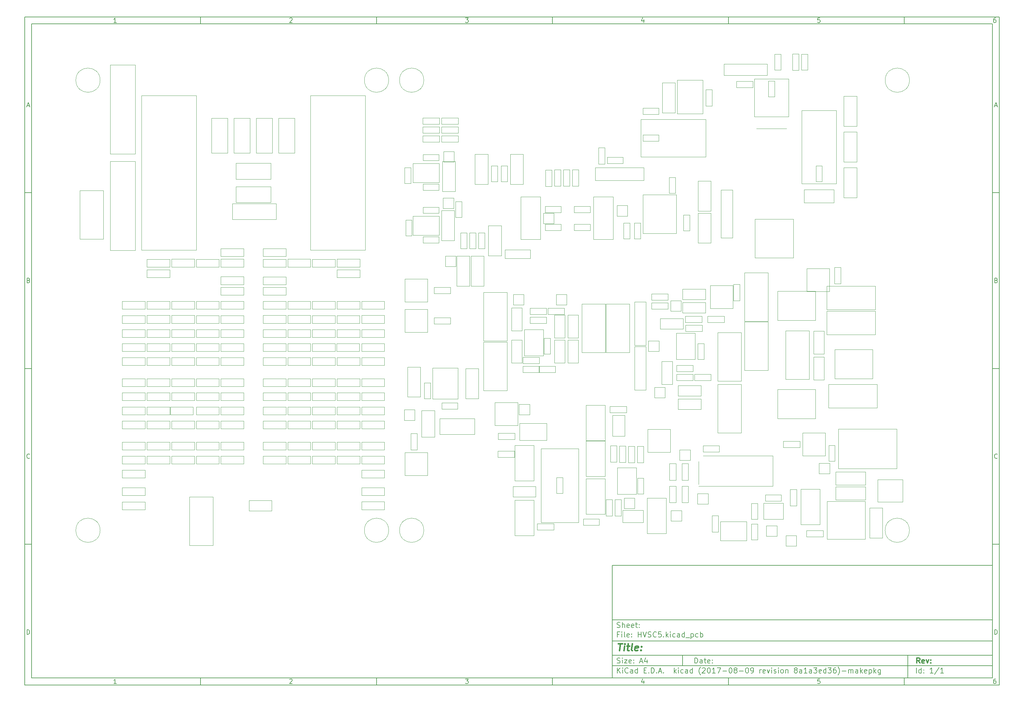
<source format=gbr>
G04 #@! TF.GenerationSoftware,KiCad,Pcbnew,(2017-08-09 revision 8a1a3ed36)-makepkg*
G04 #@! TF.CreationDate,2018-07-19T13:50:02+02:00*
G04 #@! TF.ProjectId,HVSC5,48565343352E6B696361645F70636200,rev?*
G04 #@! TF.SameCoordinates,Original*
G04 #@! TF.FileFunction,Other,User*
%FSLAX46Y46*%
G04 Gerber Fmt 4.6, Leading zero omitted, Abs format (unit mm)*
G04 Created by KiCad (PCBNEW (2017-08-09 revision 8a1a3ed36)-makepkg) date 07/19/18 13:50:02*
%MOMM*%
%LPD*%
G01*
G04 APERTURE LIST*
%ADD10C,0.100000*%
%ADD11C,0.150000*%
%ADD12C,0.300000*%
%ADD13C,0.400000*%
%ADD14C,0.050000*%
G04 APERTURE END LIST*
D10*
D11*
X177002200Y-166007200D02*
X177002200Y-198007200D01*
X285002200Y-198007200D01*
X285002200Y-166007200D01*
X177002200Y-166007200D01*
D10*
D11*
X10000000Y-10000000D02*
X10000000Y-200007200D01*
X287002200Y-200007200D01*
X287002200Y-10000000D01*
X10000000Y-10000000D01*
D10*
D11*
X12000000Y-12000000D02*
X12000000Y-198007200D01*
X285002200Y-198007200D01*
X285002200Y-12000000D01*
X12000000Y-12000000D01*
D10*
D11*
X60000000Y-12000000D02*
X60000000Y-10000000D01*
D10*
D11*
X110000000Y-12000000D02*
X110000000Y-10000000D01*
D10*
D11*
X160000000Y-12000000D02*
X160000000Y-10000000D01*
D10*
D11*
X210000000Y-12000000D02*
X210000000Y-10000000D01*
D10*
D11*
X260000000Y-12000000D02*
X260000000Y-10000000D01*
D10*
D11*
X36065476Y-11588095D02*
X35322619Y-11588095D01*
X35694047Y-11588095D02*
X35694047Y-10288095D01*
X35570238Y-10473809D01*
X35446428Y-10597619D01*
X35322619Y-10659523D01*
D10*
D11*
X85322619Y-10411904D02*
X85384523Y-10350000D01*
X85508333Y-10288095D01*
X85817857Y-10288095D01*
X85941666Y-10350000D01*
X86003571Y-10411904D01*
X86065476Y-10535714D01*
X86065476Y-10659523D01*
X86003571Y-10845238D01*
X85260714Y-11588095D01*
X86065476Y-11588095D01*
D10*
D11*
X135260714Y-10288095D02*
X136065476Y-10288095D01*
X135632142Y-10783333D01*
X135817857Y-10783333D01*
X135941666Y-10845238D01*
X136003571Y-10907142D01*
X136065476Y-11030952D01*
X136065476Y-11340476D01*
X136003571Y-11464285D01*
X135941666Y-11526190D01*
X135817857Y-11588095D01*
X135446428Y-11588095D01*
X135322619Y-11526190D01*
X135260714Y-11464285D01*
D10*
D11*
X185941666Y-10721428D02*
X185941666Y-11588095D01*
X185632142Y-10226190D02*
X185322619Y-11154761D01*
X186127380Y-11154761D01*
D10*
D11*
X236003571Y-10288095D02*
X235384523Y-10288095D01*
X235322619Y-10907142D01*
X235384523Y-10845238D01*
X235508333Y-10783333D01*
X235817857Y-10783333D01*
X235941666Y-10845238D01*
X236003571Y-10907142D01*
X236065476Y-11030952D01*
X236065476Y-11340476D01*
X236003571Y-11464285D01*
X235941666Y-11526190D01*
X235817857Y-11588095D01*
X235508333Y-11588095D01*
X235384523Y-11526190D01*
X235322619Y-11464285D01*
D10*
D11*
X285941666Y-10288095D02*
X285694047Y-10288095D01*
X285570238Y-10350000D01*
X285508333Y-10411904D01*
X285384523Y-10597619D01*
X285322619Y-10845238D01*
X285322619Y-11340476D01*
X285384523Y-11464285D01*
X285446428Y-11526190D01*
X285570238Y-11588095D01*
X285817857Y-11588095D01*
X285941666Y-11526190D01*
X286003571Y-11464285D01*
X286065476Y-11340476D01*
X286065476Y-11030952D01*
X286003571Y-10907142D01*
X285941666Y-10845238D01*
X285817857Y-10783333D01*
X285570238Y-10783333D01*
X285446428Y-10845238D01*
X285384523Y-10907142D01*
X285322619Y-11030952D01*
D10*
D11*
X60000000Y-198007200D02*
X60000000Y-200007200D01*
D10*
D11*
X110000000Y-198007200D02*
X110000000Y-200007200D01*
D10*
D11*
X160000000Y-198007200D02*
X160000000Y-200007200D01*
D10*
D11*
X210000000Y-198007200D02*
X210000000Y-200007200D01*
D10*
D11*
X260000000Y-198007200D02*
X260000000Y-200007200D01*
D10*
D11*
X36065476Y-199595295D02*
X35322619Y-199595295D01*
X35694047Y-199595295D02*
X35694047Y-198295295D01*
X35570238Y-198481009D01*
X35446428Y-198604819D01*
X35322619Y-198666723D01*
D10*
D11*
X85322619Y-198419104D02*
X85384523Y-198357200D01*
X85508333Y-198295295D01*
X85817857Y-198295295D01*
X85941666Y-198357200D01*
X86003571Y-198419104D01*
X86065476Y-198542914D01*
X86065476Y-198666723D01*
X86003571Y-198852438D01*
X85260714Y-199595295D01*
X86065476Y-199595295D01*
D10*
D11*
X135260714Y-198295295D02*
X136065476Y-198295295D01*
X135632142Y-198790533D01*
X135817857Y-198790533D01*
X135941666Y-198852438D01*
X136003571Y-198914342D01*
X136065476Y-199038152D01*
X136065476Y-199347676D01*
X136003571Y-199471485D01*
X135941666Y-199533390D01*
X135817857Y-199595295D01*
X135446428Y-199595295D01*
X135322619Y-199533390D01*
X135260714Y-199471485D01*
D10*
D11*
X185941666Y-198728628D02*
X185941666Y-199595295D01*
X185632142Y-198233390D02*
X185322619Y-199161961D01*
X186127380Y-199161961D01*
D10*
D11*
X236003571Y-198295295D02*
X235384523Y-198295295D01*
X235322619Y-198914342D01*
X235384523Y-198852438D01*
X235508333Y-198790533D01*
X235817857Y-198790533D01*
X235941666Y-198852438D01*
X236003571Y-198914342D01*
X236065476Y-199038152D01*
X236065476Y-199347676D01*
X236003571Y-199471485D01*
X235941666Y-199533390D01*
X235817857Y-199595295D01*
X235508333Y-199595295D01*
X235384523Y-199533390D01*
X235322619Y-199471485D01*
D10*
D11*
X285941666Y-198295295D02*
X285694047Y-198295295D01*
X285570238Y-198357200D01*
X285508333Y-198419104D01*
X285384523Y-198604819D01*
X285322619Y-198852438D01*
X285322619Y-199347676D01*
X285384523Y-199471485D01*
X285446428Y-199533390D01*
X285570238Y-199595295D01*
X285817857Y-199595295D01*
X285941666Y-199533390D01*
X286003571Y-199471485D01*
X286065476Y-199347676D01*
X286065476Y-199038152D01*
X286003571Y-198914342D01*
X285941666Y-198852438D01*
X285817857Y-198790533D01*
X285570238Y-198790533D01*
X285446428Y-198852438D01*
X285384523Y-198914342D01*
X285322619Y-199038152D01*
D10*
D11*
X10000000Y-60000000D02*
X12000000Y-60000000D01*
D10*
D11*
X10000000Y-110000000D02*
X12000000Y-110000000D01*
D10*
D11*
X10000000Y-160000000D02*
X12000000Y-160000000D01*
D10*
D11*
X10690476Y-35216666D02*
X11309523Y-35216666D01*
X10566666Y-35588095D02*
X11000000Y-34288095D01*
X11433333Y-35588095D01*
D10*
D11*
X11092857Y-84907142D02*
X11278571Y-84969047D01*
X11340476Y-85030952D01*
X11402380Y-85154761D01*
X11402380Y-85340476D01*
X11340476Y-85464285D01*
X11278571Y-85526190D01*
X11154761Y-85588095D01*
X10659523Y-85588095D01*
X10659523Y-84288095D01*
X11092857Y-84288095D01*
X11216666Y-84350000D01*
X11278571Y-84411904D01*
X11340476Y-84535714D01*
X11340476Y-84659523D01*
X11278571Y-84783333D01*
X11216666Y-84845238D01*
X11092857Y-84907142D01*
X10659523Y-84907142D01*
D10*
D11*
X11402380Y-135464285D02*
X11340476Y-135526190D01*
X11154761Y-135588095D01*
X11030952Y-135588095D01*
X10845238Y-135526190D01*
X10721428Y-135402380D01*
X10659523Y-135278571D01*
X10597619Y-135030952D01*
X10597619Y-134845238D01*
X10659523Y-134597619D01*
X10721428Y-134473809D01*
X10845238Y-134350000D01*
X11030952Y-134288095D01*
X11154761Y-134288095D01*
X11340476Y-134350000D01*
X11402380Y-134411904D01*
D10*
D11*
X10659523Y-185588095D02*
X10659523Y-184288095D01*
X10969047Y-184288095D01*
X11154761Y-184350000D01*
X11278571Y-184473809D01*
X11340476Y-184597619D01*
X11402380Y-184845238D01*
X11402380Y-185030952D01*
X11340476Y-185278571D01*
X11278571Y-185402380D01*
X11154761Y-185526190D01*
X10969047Y-185588095D01*
X10659523Y-185588095D01*
D10*
D11*
X287002200Y-60000000D02*
X285002200Y-60000000D01*
D10*
D11*
X287002200Y-110000000D02*
X285002200Y-110000000D01*
D10*
D11*
X287002200Y-160000000D02*
X285002200Y-160000000D01*
D10*
D11*
X285692676Y-35216666D02*
X286311723Y-35216666D01*
X285568866Y-35588095D02*
X286002200Y-34288095D01*
X286435533Y-35588095D01*
D10*
D11*
X286095057Y-84907142D02*
X286280771Y-84969047D01*
X286342676Y-85030952D01*
X286404580Y-85154761D01*
X286404580Y-85340476D01*
X286342676Y-85464285D01*
X286280771Y-85526190D01*
X286156961Y-85588095D01*
X285661723Y-85588095D01*
X285661723Y-84288095D01*
X286095057Y-84288095D01*
X286218866Y-84350000D01*
X286280771Y-84411904D01*
X286342676Y-84535714D01*
X286342676Y-84659523D01*
X286280771Y-84783333D01*
X286218866Y-84845238D01*
X286095057Y-84907142D01*
X285661723Y-84907142D01*
D10*
D11*
X286404580Y-135464285D02*
X286342676Y-135526190D01*
X286156961Y-135588095D01*
X286033152Y-135588095D01*
X285847438Y-135526190D01*
X285723628Y-135402380D01*
X285661723Y-135278571D01*
X285599819Y-135030952D01*
X285599819Y-134845238D01*
X285661723Y-134597619D01*
X285723628Y-134473809D01*
X285847438Y-134350000D01*
X286033152Y-134288095D01*
X286156961Y-134288095D01*
X286342676Y-134350000D01*
X286404580Y-134411904D01*
D10*
D11*
X285661723Y-185588095D02*
X285661723Y-184288095D01*
X285971247Y-184288095D01*
X286156961Y-184350000D01*
X286280771Y-184473809D01*
X286342676Y-184597619D01*
X286404580Y-184845238D01*
X286404580Y-185030952D01*
X286342676Y-185278571D01*
X286280771Y-185402380D01*
X286156961Y-185526190D01*
X285971247Y-185588095D01*
X285661723Y-185588095D01*
D10*
D11*
X200434342Y-193785771D02*
X200434342Y-192285771D01*
X200791485Y-192285771D01*
X201005771Y-192357200D01*
X201148628Y-192500057D01*
X201220057Y-192642914D01*
X201291485Y-192928628D01*
X201291485Y-193142914D01*
X201220057Y-193428628D01*
X201148628Y-193571485D01*
X201005771Y-193714342D01*
X200791485Y-193785771D01*
X200434342Y-193785771D01*
X202577200Y-193785771D02*
X202577200Y-193000057D01*
X202505771Y-192857200D01*
X202362914Y-192785771D01*
X202077200Y-192785771D01*
X201934342Y-192857200D01*
X202577200Y-193714342D02*
X202434342Y-193785771D01*
X202077200Y-193785771D01*
X201934342Y-193714342D01*
X201862914Y-193571485D01*
X201862914Y-193428628D01*
X201934342Y-193285771D01*
X202077200Y-193214342D01*
X202434342Y-193214342D01*
X202577200Y-193142914D01*
X203077200Y-192785771D02*
X203648628Y-192785771D01*
X203291485Y-192285771D02*
X203291485Y-193571485D01*
X203362914Y-193714342D01*
X203505771Y-193785771D01*
X203648628Y-193785771D01*
X204720057Y-193714342D02*
X204577200Y-193785771D01*
X204291485Y-193785771D01*
X204148628Y-193714342D01*
X204077200Y-193571485D01*
X204077200Y-193000057D01*
X204148628Y-192857200D01*
X204291485Y-192785771D01*
X204577200Y-192785771D01*
X204720057Y-192857200D01*
X204791485Y-193000057D01*
X204791485Y-193142914D01*
X204077200Y-193285771D01*
X205434342Y-193642914D02*
X205505771Y-193714342D01*
X205434342Y-193785771D01*
X205362914Y-193714342D01*
X205434342Y-193642914D01*
X205434342Y-193785771D01*
X205434342Y-192857200D02*
X205505771Y-192928628D01*
X205434342Y-193000057D01*
X205362914Y-192928628D01*
X205434342Y-192857200D01*
X205434342Y-193000057D01*
D10*
D11*
X177002200Y-194507200D02*
X285002200Y-194507200D01*
D10*
D11*
X178434342Y-196585771D02*
X178434342Y-195085771D01*
X179291485Y-196585771D02*
X178648628Y-195728628D01*
X179291485Y-195085771D02*
X178434342Y-195942914D01*
X179934342Y-196585771D02*
X179934342Y-195585771D01*
X179934342Y-195085771D02*
X179862914Y-195157200D01*
X179934342Y-195228628D01*
X180005771Y-195157200D01*
X179934342Y-195085771D01*
X179934342Y-195228628D01*
X181505771Y-196442914D02*
X181434342Y-196514342D01*
X181220057Y-196585771D01*
X181077200Y-196585771D01*
X180862914Y-196514342D01*
X180720057Y-196371485D01*
X180648628Y-196228628D01*
X180577200Y-195942914D01*
X180577200Y-195728628D01*
X180648628Y-195442914D01*
X180720057Y-195300057D01*
X180862914Y-195157200D01*
X181077200Y-195085771D01*
X181220057Y-195085771D01*
X181434342Y-195157200D01*
X181505771Y-195228628D01*
X182791485Y-196585771D02*
X182791485Y-195800057D01*
X182720057Y-195657200D01*
X182577200Y-195585771D01*
X182291485Y-195585771D01*
X182148628Y-195657200D01*
X182791485Y-196514342D02*
X182648628Y-196585771D01*
X182291485Y-196585771D01*
X182148628Y-196514342D01*
X182077200Y-196371485D01*
X182077200Y-196228628D01*
X182148628Y-196085771D01*
X182291485Y-196014342D01*
X182648628Y-196014342D01*
X182791485Y-195942914D01*
X184148628Y-196585771D02*
X184148628Y-195085771D01*
X184148628Y-196514342D02*
X184005771Y-196585771D01*
X183720057Y-196585771D01*
X183577200Y-196514342D01*
X183505771Y-196442914D01*
X183434342Y-196300057D01*
X183434342Y-195871485D01*
X183505771Y-195728628D01*
X183577200Y-195657200D01*
X183720057Y-195585771D01*
X184005771Y-195585771D01*
X184148628Y-195657200D01*
X186005771Y-195800057D02*
X186505771Y-195800057D01*
X186720057Y-196585771D02*
X186005771Y-196585771D01*
X186005771Y-195085771D01*
X186720057Y-195085771D01*
X187362914Y-196442914D02*
X187434342Y-196514342D01*
X187362914Y-196585771D01*
X187291485Y-196514342D01*
X187362914Y-196442914D01*
X187362914Y-196585771D01*
X188077200Y-196585771D02*
X188077200Y-195085771D01*
X188434342Y-195085771D01*
X188648628Y-195157200D01*
X188791485Y-195300057D01*
X188862914Y-195442914D01*
X188934342Y-195728628D01*
X188934342Y-195942914D01*
X188862914Y-196228628D01*
X188791485Y-196371485D01*
X188648628Y-196514342D01*
X188434342Y-196585771D01*
X188077200Y-196585771D01*
X189577200Y-196442914D02*
X189648628Y-196514342D01*
X189577200Y-196585771D01*
X189505771Y-196514342D01*
X189577200Y-196442914D01*
X189577200Y-196585771D01*
X190220057Y-196157200D02*
X190934342Y-196157200D01*
X190077200Y-196585771D02*
X190577200Y-195085771D01*
X191077200Y-196585771D01*
X191577200Y-196442914D02*
X191648628Y-196514342D01*
X191577200Y-196585771D01*
X191505771Y-196514342D01*
X191577200Y-196442914D01*
X191577200Y-196585771D01*
X194577200Y-196585771D02*
X194577200Y-195085771D01*
X194720057Y-196014342D02*
X195148628Y-196585771D01*
X195148628Y-195585771D02*
X194577200Y-196157200D01*
X195791485Y-196585771D02*
X195791485Y-195585771D01*
X195791485Y-195085771D02*
X195720057Y-195157200D01*
X195791485Y-195228628D01*
X195862914Y-195157200D01*
X195791485Y-195085771D01*
X195791485Y-195228628D01*
X197148628Y-196514342D02*
X197005771Y-196585771D01*
X196720057Y-196585771D01*
X196577200Y-196514342D01*
X196505771Y-196442914D01*
X196434342Y-196300057D01*
X196434342Y-195871485D01*
X196505771Y-195728628D01*
X196577200Y-195657200D01*
X196720057Y-195585771D01*
X197005771Y-195585771D01*
X197148628Y-195657200D01*
X198434342Y-196585771D02*
X198434342Y-195800057D01*
X198362914Y-195657200D01*
X198220057Y-195585771D01*
X197934342Y-195585771D01*
X197791485Y-195657200D01*
X198434342Y-196514342D02*
X198291485Y-196585771D01*
X197934342Y-196585771D01*
X197791485Y-196514342D01*
X197720057Y-196371485D01*
X197720057Y-196228628D01*
X197791485Y-196085771D01*
X197934342Y-196014342D01*
X198291485Y-196014342D01*
X198434342Y-195942914D01*
X199791485Y-196585771D02*
X199791485Y-195085771D01*
X199791485Y-196514342D02*
X199648628Y-196585771D01*
X199362914Y-196585771D01*
X199220057Y-196514342D01*
X199148628Y-196442914D01*
X199077200Y-196300057D01*
X199077200Y-195871485D01*
X199148628Y-195728628D01*
X199220057Y-195657200D01*
X199362914Y-195585771D01*
X199648628Y-195585771D01*
X199791485Y-195657200D01*
X202077200Y-197157200D02*
X202005771Y-197085771D01*
X201862914Y-196871485D01*
X201791485Y-196728628D01*
X201720057Y-196514342D01*
X201648628Y-196157200D01*
X201648628Y-195871485D01*
X201720057Y-195514342D01*
X201791485Y-195300057D01*
X201862914Y-195157200D01*
X202005771Y-194942914D01*
X202077200Y-194871485D01*
X202577200Y-195228628D02*
X202648628Y-195157200D01*
X202791485Y-195085771D01*
X203148628Y-195085771D01*
X203291485Y-195157200D01*
X203362914Y-195228628D01*
X203434342Y-195371485D01*
X203434342Y-195514342D01*
X203362914Y-195728628D01*
X202505771Y-196585771D01*
X203434342Y-196585771D01*
X204362914Y-195085771D02*
X204505771Y-195085771D01*
X204648628Y-195157200D01*
X204720057Y-195228628D01*
X204791485Y-195371485D01*
X204862914Y-195657200D01*
X204862914Y-196014342D01*
X204791485Y-196300057D01*
X204720057Y-196442914D01*
X204648628Y-196514342D01*
X204505771Y-196585771D01*
X204362914Y-196585771D01*
X204220057Y-196514342D01*
X204148628Y-196442914D01*
X204077200Y-196300057D01*
X204005771Y-196014342D01*
X204005771Y-195657200D01*
X204077200Y-195371485D01*
X204148628Y-195228628D01*
X204220057Y-195157200D01*
X204362914Y-195085771D01*
X206291485Y-196585771D02*
X205434342Y-196585771D01*
X205862914Y-196585771D02*
X205862914Y-195085771D01*
X205720057Y-195300057D01*
X205577200Y-195442914D01*
X205434342Y-195514342D01*
X206791485Y-195085771D02*
X207791485Y-195085771D01*
X207148628Y-196585771D01*
X208362914Y-196014342D02*
X209505771Y-196014342D01*
X210505771Y-195085771D02*
X210648628Y-195085771D01*
X210791485Y-195157200D01*
X210862914Y-195228628D01*
X210934342Y-195371485D01*
X211005771Y-195657200D01*
X211005771Y-196014342D01*
X210934342Y-196300057D01*
X210862914Y-196442914D01*
X210791485Y-196514342D01*
X210648628Y-196585771D01*
X210505771Y-196585771D01*
X210362914Y-196514342D01*
X210291485Y-196442914D01*
X210220057Y-196300057D01*
X210148628Y-196014342D01*
X210148628Y-195657200D01*
X210220057Y-195371485D01*
X210291485Y-195228628D01*
X210362914Y-195157200D01*
X210505771Y-195085771D01*
X211862914Y-195728628D02*
X211720057Y-195657200D01*
X211648628Y-195585771D01*
X211577200Y-195442914D01*
X211577200Y-195371485D01*
X211648628Y-195228628D01*
X211720057Y-195157200D01*
X211862914Y-195085771D01*
X212148628Y-195085771D01*
X212291485Y-195157200D01*
X212362914Y-195228628D01*
X212434342Y-195371485D01*
X212434342Y-195442914D01*
X212362914Y-195585771D01*
X212291485Y-195657200D01*
X212148628Y-195728628D01*
X211862914Y-195728628D01*
X211720057Y-195800057D01*
X211648628Y-195871485D01*
X211577200Y-196014342D01*
X211577200Y-196300057D01*
X211648628Y-196442914D01*
X211720057Y-196514342D01*
X211862914Y-196585771D01*
X212148628Y-196585771D01*
X212291485Y-196514342D01*
X212362914Y-196442914D01*
X212434342Y-196300057D01*
X212434342Y-196014342D01*
X212362914Y-195871485D01*
X212291485Y-195800057D01*
X212148628Y-195728628D01*
X213077200Y-196014342D02*
X214220057Y-196014342D01*
X215220057Y-195085771D02*
X215362914Y-195085771D01*
X215505771Y-195157200D01*
X215577200Y-195228628D01*
X215648628Y-195371485D01*
X215720057Y-195657200D01*
X215720057Y-196014342D01*
X215648628Y-196300057D01*
X215577200Y-196442914D01*
X215505771Y-196514342D01*
X215362914Y-196585771D01*
X215220057Y-196585771D01*
X215077200Y-196514342D01*
X215005771Y-196442914D01*
X214934342Y-196300057D01*
X214862914Y-196014342D01*
X214862914Y-195657200D01*
X214934342Y-195371485D01*
X215005771Y-195228628D01*
X215077200Y-195157200D01*
X215220057Y-195085771D01*
X216434342Y-196585771D02*
X216720057Y-196585771D01*
X216862914Y-196514342D01*
X216934342Y-196442914D01*
X217077200Y-196228628D01*
X217148628Y-195942914D01*
X217148628Y-195371485D01*
X217077200Y-195228628D01*
X217005771Y-195157200D01*
X216862914Y-195085771D01*
X216577200Y-195085771D01*
X216434342Y-195157200D01*
X216362914Y-195228628D01*
X216291485Y-195371485D01*
X216291485Y-195728628D01*
X216362914Y-195871485D01*
X216434342Y-195942914D01*
X216577200Y-196014342D01*
X216862914Y-196014342D01*
X217005771Y-195942914D01*
X217077200Y-195871485D01*
X217148628Y-195728628D01*
X218934342Y-196585771D02*
X218934342Y-195585771D01*
X218934342Y-195871485D02*
X219005771Y-195728628D01*
X219077200Y-195657200D01*
X219220057Y-195585771D01*
X219362914Y-195585771D01*
X220434342Y-196514342D02*
X220291485Y-196585771D01*
X220005771Y-196585771D01*
X219862914Y-196514342D01*
X219791485Y-196371485D01*
X219791485Y-195800057D01*
X219862914Y-195657200D01*
X220005771Y-195585771D01*
X220291485Y-195585771D01*
X220434342Y-195657200D01*
X220505771Y-195800057D01*
X220505771Y-195942914D01*
X219791485Y-196085771D01*
X221005771Y-195585771D02*
X221362914Y-196585771D01*
X221720057Y-195585771D01*
X222291485Y-196585771D02*
X222291485Y-195585771D01*
X222291485Y-195085771D02*
X222220057Y-195157200D01*
X222291485Y-195228628D01*
X222362914Y-195157200D01*
X222291485Y-195085771D01*
X222291485Y-195228628D01*
X222934342Y-196514342D02*
X223077200Y-196585771D01*
X223362914Y-196585771D01*
X223505771Y-196514342D01*
X223577200Y-196371485D01*
X223577200Y-196300057D01*
X223505771Y-196157200D01*
X223362914Y-196085771D01*
X223148628Y-196085771D01*
X223005771Y-196014342D01*
X222934342Y-195871485D01*
X222934342Y-195800057D01*
X223005771Y-195657200D01*
X223148628Y-195585771D01*
X223362914Y-195585771D01*
X223505771Y-195657200D01*
X224220057Y-196585771D02*
X224220057Y-195585771D01*
X224220057Y-195085771D02*
X224148628Y-195157200D01*
X224220057Y-195228628D01*
X224291485Y-195157200D01*
X224220057Y-195085771D01*
X224220057Y-195228628D01*
X225148628Y-196585771D02*
X225005771Y-196514342D01*
X224934342Y-196442914D01*
X224862914Y-196300057D01*
X224862914Y-195871485D01*
X224934342Y-195728628D01*
X225005771Y-195657200D01*
X225148628Y-195585771D01*
X225362914Y-195585771D01*
X225505771Y-195657200D01*
X225577200Y-195728628D01*
X225648628Y-195871485D01*
X225648628Y-196300057D01*
X225577200Y-196442914D01*
X225505771Y-196514342D01*
X225362914Y-196585771D01*
X225148628Y-196585771D01*
X226291485Y-195585771D02*
X226291485Y-196585771D01*
X226291485Y-195728628D02*
X226362914Y-195657200D01*
X226505771Y-195585771D01*
X226720057Y-195585771D01*
X226862914Y-195657200D01*
X226934342Y-195800057D01*
X226934342Y-196585771D01*
X229005771Y-195728628D02*
X228862914Y-195657200D01*
X228791485Y-195585771D01*
X228720057Y-195442914D01*
X228720057Y-195371485D01*
X228791485Y-195228628D01*
X228862914Y-195157200D01*
X229005771Y-195085771D01*
X229291485Y-195085771D01*
X229434342Y-195157200D01*
X229505771Y-195228628D01*
X229577200Y-195371485D01*
X229577200Y-195442914D01*
X229505771Y-195585771D01*
X229434342Y-195657200D01*
X229291485Y-195728628D01*
X229005771Y-195728628D01*
X228862914Y-195800057D01*
X228791485Y-195871485D01*
X228720057Y-196014342D01*
X228720057Y-196300057D01*
X228791485Y-196442914D01*
X228862914Y-196514342D01*
X229005771Y-196585771D01*
X229291485Y-196585771D01*
X229434342Y-196514342D01*
X229505771Y-196442914D01*
X229577200Y-196300057D01*
X229577200Y-196014342D01*
X229505771Y-195871485D01*
X229434342Y-195800057D01*
X229291485Y-195728628D01*
X230862914Y-196585771D02*
X230862914Y-195800057D01*
X230791485Y-195657200D01*
X230648628Y-195585771D01*
X230362914Y-195585771D01*
X230220057Y-195657200D01*
X230862914Y-196514342D02*
X230720057Y-196585771D01*
X230362914Y-196585771D01*
X230220057Y-196514342D01*
X230148628Y-196371485D01*
X230148628Y-196228628D01*
X230220057Y-196085771D01*
X230362914Y-196014342D01*
X230720057Y-196014342D01*
X230862914Y-195942914D01*
X232362914Y-196585771D02*
X231505771Y-196585771D01*
X231934342Y-196585771D02*
X231934342Y-195085771D01*
X231791485Y-195300057D01*
X231648628Y-195442914D01*
X231505771Y-195514342D01*
X233648628Y-196585771D02*
X233648628Y-195800057D01*
X233577200Y-195657200D01*
X233434342Y-195585771D01*
X233148628Y-195585771D01*
X233005771Y-195657200D01*
X233648628Y-196514342D02*
X233505771Y-196585771D01*
X233148628Y-196585771D01*
X233005771Y-196514342D01*
X232934342Y-196371485D01*
X232934342Y-196228628D01*
X233005771Y-196085771D01*
X233148628Y-196014342D01*
X233505771Y-196014342D01*
X233648628Y-195942914D01*
X234220057Y-195085771D02*
X235148628Y-195085771D01*
X234648628Y-195657200D01*
X234862914Y-195657200D01*
X235005771Y-195728628D01*
X235077200Y-195800057D01*
X235148628Y-195942914D01*
X235148628Y-196300057D01*
X235077200Y-196442914D01*
X235005771Y-196514342D01*
X234862914Y-196585771D01*
X234434342Y-196585771D01*
X234291485Y-196514342D01*
X234220057Y-196442914D01*
X236362914Y-196514342D02*
X236220057Y-196585771D01*
X235934342Y-196585771D01*
X235791485Y-196514342D01*
X235720057Y-196371485D01*
X235720057Y-195800057D01*
X235791485Y-195657200D01*
X235934342Y-195585771D01*
X236220057Y-195585771D01*
X236362914Y-195657200D01*
X236434342Y-195800057D01*
X236434342Y-195942914D01*
X235720057Y-196085771D01*
X237720057Y-196585771D02*
X237720057Y-195085771D01*
X237720057Y-196514342D02*
X237577200Y-196585771D01*
X237291485Y-196585771D01*
X237148628Y-196514342D01*
X237077200Y-196442914D01*
X237005771Y-196300057D01*
X237005771Y-195871485D01*
X237077200Y-195728628D01*
X237148628Y-195657200D01*
X237291485Y-195585771D01*
X237577200Y-195585771D01*
X237720057Y-195657200D01*
X238291485Y-195085771D02*
X239220057Y-195085771D01*
X238720057Y-195657200D01*
X238934342Y-195657200D01*
X239077200Y-195728628D01*
X239148628Y-195800057D01*
X239220057Y-195942914D01*
X239220057Y-196300057D01*
X239148628Y-196442914D01*
X239077200Y-196514342D01*
X238934342Y-196585771D01*
X238505771Y-196585771D01*
X238362914Y-196514342D01*
X238291485Y-196442914D01*
X240505771Y-195085771D02*
X240220057Y-195085771D01*
X240077200Y-195157200D01*
X240005771Y-195228628D01*
X239862914Y-195442914D01*
X239791485Y-195728628D01*
X239791485Y-196300057D01*
X239862914Y-196442914D01*
X239934342Y-196514342D01*
X240077200Y-196585771D01*
X240362914Y-196585771D01*
X240505771Y-196514342D01*
X240577200Y-196442914D01*
X240648628Y-196300057D01*
X240648628Y-195942914D01*
X240577200Y-195800057D01*
X240505771Y-195728628D01*
X240362914Y-195657200D01*
X240077200Y-195657200D01*
X239934342Y-195728628D01*
X239862914Y-195800057D01*
X239791485Y-195942914D01*
X241148628Y-197157200D02*
X241220057Y-197085771D01*
X241362914Y-196871485D01*
X241434342Y-196728628D01*
X241505771Y-196514342D01*
X241577199Y-196157200D01*
X241577199Y-195871485D01*
X241505771Y-195514342D01*
X241434342Y-195300057D01*
X241362914Y-195157200D01*
X241220057Y-194942914D01*
X241148628Y-194871485D01*
X242291485Y-196014342D02*
X243434342Y-196014342D01*
X244148628Y-196585771D02*
X244148628Y-195585771D01*
X244148628Y-195728628D02*
X244220057Y-195657200D01*
X244362914Y-195585771D01*
X244577199Y-195585771D01*
X244720057Y-195657200D01*
X244791485Y-195800057D01*
X244791485Y-196585771D01*
X244791485Y-195800057D02*
X244862914Y-195657200D01*
X245005771Y-195585771D01*
X245220057Y-195585771D01*
X245362914Y-195657200D01*
X245434342Y-195800057D01*
X245434342Y-196585771D01*
X246791485Y-196585771D02*
X246791485Y-195800057D01*
X246720057Y-195657200D01*
X246577200Y-195585771D01*
X246291485Y-195585771D01*
X246148628Y-195657200D01*
X246791485Y-196514342D02*
X246648628Y-196585771D01*
X246291485Y-196585771D01*
X246148628Y-196514342D01*
X246077200Y-196371485D01*
X246077200Y-196228628D01*
X246148628Y-196085771D01*
X246291485Y-196014342D01*
X246648628Y-196014342D01*
X246791485Y-195942914D01*
X247505771Y-196585771D02*
X247505771Y-195085771D01*
X247648628Y-196014342D02*
X248077200Y-196585771D01*
X248077200Y-195585771D02*
X247505771Y-196157200D01*
X249291485Y-196514342D02*
X249148628Y-196585771D01*
X248862914Y-196585771D01*
X248720057Y-196514342D01*
X248648628Y-196371485D01*
X248648628Y-195800057D01*
X248720057Y-195657200D01*
X248862914Y-195585771D01*
X249148628Y-195585771D01*
X249291485Y-195657200D01*
X249362914Y-195800057D01*
X249362914Y-195942914D01*
X248648628Y-196085771D01*
X250005771Y-195585771D02*
X250005771Y-197085771D01*
X250005771Y-195657200D02*
X250148628Y-195585771D01*
X250434342Y-195585771D01*
X250577200Y-195657200D01*
X250648628Y-195728628D01*
X250720057Y-195871485D01*
X250720057Y-196300057D01*
X250648628Y-196442914D01*
X250577200Y-196514342D01*
X250434342Y-196585771D01*
X250148628Y-196585771D01*
X250005771Y-196514342D01*
X251362914Y-196585771D02*
X251362914Y-195085771D01*
X251505771Y-196014342D02*
X251934342Y-196585771D01*
X251934342Y-195585771D02*
X251362914Y-196157200D01*
X253220057Y-195585771D02*
X253220057Y-196800057D01*
X253148628Y-196942914D01*
X253077199Y-197014342D01*
X252934342Y-197085771D01*
X252720057Y-197085771D01*
X252577199Y-197014342D01*
X253220057Y-196514342D02*
X253077199Y-196585771D01*
X252791485Y-196585771D01*
X252648628Y-196514342D01*
X252577199Y-196442914D01*
X252505771Y-196300057D01*
X252505771Y-195871485D01*
X252577199Y-195728628D01*
X252648628Y-195657200D01*
X252791485Y-195585771D01*
X253077199Y-195585771D01*
X253220057Y-195657200D01*
D10*
D11*
X177002200Y-191507200D02*
X285002200Y-191507200D01*
D10*
D12*
X264411485Y-193785771D02*
X263911485Y-193071485D01*
X263554342Y-193785771D02*
X263554342Y-192285771D01*
X264125771Y-192285771D01*
X264268628Y-192357200D01*
X264340057Y-192428628D01*
X264411485Y-192571485D01*
X264411485Y-192785771D01*
X264340057Y-192928628D01*
X264268628Y-193000057D01*
X264125771Y-193071485D01*
X263554342Y-193071485D01*
X265625771Y-193714342D02*
X265482914Y-193785771D01*
X265197200Y-193785771D01*
X265054342Y-193714342D01*
X264982914Y-193571485D01*
X264982914Y-193000057D01*
X265054342Y-192857200D01*
X265197200Y-192785771D01*
X265482914Y-192785771D01*
X265625771Y-192857200D01*
X265697200Y-193000057D01*
X265697200Y-193142914D01*
X264982914Y-193285771D01*
X266197200Y-192785771D02*
X266554342Y-193785771D01*
X266911485Y-192785771D01*
X267482914Y-193642914D02*
X267554342Y-193714342D01*
X267482914Y-193785771D01*
X267411485Y-193714342D01*
X267482914Y-193642914D01*
X267482914Y-193785771D01*
X267482914Y-192857200D02*
X267554342Y-192928628D01*
X267482914Y-193000057D01*
X267411485Y-192928628D01*
X267482914Y-192857200D01*
X267482914Y-193000057D01*
D10*
D11*
X178362914Y-193714342D02*
X178577200Y-193785771D01*
X178934342Y-193785771D01*
X179077200Y-193714342D01*
X179148628Y-193642914D01*
X179220057Y-193500057D01*
X179220057Y-193357200D01*
X179148628Y-193214342D01*
X179077200Y-193142914D01*
X178934342Y-193071485D01*
X178648628Y-193000057D01*
X178505771Y-192928628D01*
X178434342Y-192857200D01*
X178362914Y-192714342D01*
X178362914Y-192571485D01*
X178434342Y-192428628D01*
X178505771Y-192357200D01*
X178648628Y-192285771D01*
X179005771Y-192285771D01*
X179220057Y-192357200D01*
X179862914Y-193785771D02*
X179862914Y-192785771D01*
X179862914Y-192285771D02*
X179791485Y-192357200D01*
X179862914Y-192428628D01*
X179934342Y-192357200D01*
X179862914Y-192285771D01*
X179862914Y-192428628D01*
X180434342Y-192785771D02*
X181220057Y-192785771D01*
X180434342Y-193785771D01*
X181220057Y-193785771D01*
X182362914Y-193714342D02*
X182220057Y-193785771D01*
X181934342Y-193785771D01*
X181791485Y-193714342D01*
X181720057Y-193571485D01*
X181720057Y-193000057D01*
X181791485Y-192857200D01*
X181934342Y-192785771D01*
X182220057Y-192785771D01*
X182362914Y-192857200D01*
X182434342Y-193000057D01*
X182434342Y-193142914D01*
X181720057Y-193285771D01*
X183077200Y-193642914D02*
X183148628Y-193714342D01*
X183077200Y-193785771D01*
X183005771Y-193714342D01*
X183077200Y-193642914D01*
X183077200Y-193785771D01*
X183077200Y-192857200D02*
X183148628Y-192928628D01*
X183077200Y-193000057D01*
X183005771Y-192928628D01*
X183077200Y-192857200D01*
X183077200Y-193000057D01*
X184862914Y-193357200D02*
X185577200Y-193357200D01*
X184720057Y-193785771D02*
X185220057Y-192285771D01*
X185720057Y-193785771D01*
X186862914Y-192785771D02*
X186862914Y-193785771D01*
X186505771Y-192214342D02*
X186148628Y-193285771D01*
X187077200Y-193285771D01*
D10*
D11*
X263434342Y-196585771D02*
X263434342Y-195085771D01*
X264791485Y-196585771D02*
X264791485Y-195085771D01*
X264791485Y-196514342D02*
X264648628Y-196585771D01*
X264362914Y-196585771D01*
X264220057Y-196514342D01*
X264148628Y-196442914D01*
X264077200Y-196300057D01*
X264077200Y-195871485D01*
X264148628Y-195728628D01*
X264220057Y-195657200D01*
X264362914Y-195585771D01*
X264648628Y-195585771D01*
X264791485Y-195657200D01*
X265505771Y-196442914D02*
X265577200Y-196514342D01*
X265505771Y-196585771D01*
X265434342Y-196514342D01*
X265505771Y-196442914D01*
X265505771Y-196585771D01*
X265505771Y-195657200D02*
X265577200Y-195728628D01*
X265505771Y-195800057D01*
X265434342Y-195728628D01*
X265505771Y-195657200D01*
X265505771Y-195800057D01*
X268148628Y-196585771D02*
X267291485Y-196585771D01*
X267720057Y-196585771D02*
X267720057Y-195085771D01*
X267577200Y-195300057D01*
X267434342Y-195442914D01*
X267291485Y-195514342D01*
X269862914Y-195014342D02*
X268577200Y-196942914D01*
X271148628Y-196585771D02*
X270291485Y-196585771D01*
X270720057Y-196585771D02*
X270720057Y-195085771D01*
X270577200Y-195300057D01*
X270434342Y-195442914D01*
X270291485Y-195514342D01*
D10*
D11*
X177002200Y-187507200D02*
X285002200Y-187507200D01*
D10*
D13*
X178714580Y-188211961D02*
X179857438Y-188211961D01*
X179036009Y-190211961D02*
X179286009Y-188211961D01*
X180274104Y-190211961D02*
X180440771Y-188878628D01*
X180524104Y-188211961D02*
X180416961Y-188307200D01*
X180500295Y-188402438D01*
X180607438Y-188307200D01*
X180524104Y-188211961D01*
X180500295Y-188402438D01*
X181107438Y-188878628D02*
X181869342Y-188878628D01*
X181476485Y-188211961D02*
X181262200Y-189926247D01*
X181333628Y-190116723D01*
X181512200Y-190211961D01*
X181702676Y-190211961D01*
X182655057Y-190211961D02*
X182476485Y-190116723D01*
X182405057Y-189926247D01*
X182619342Y-188211961D01*
X184190771Y-190116723D02*
X183988390Y-190211961D01*
X183607438Y-190211961D01*
X183428866Y-190116723D01*
X183357438Y-189926247D01*
X183452676Y-189164342D01*
X183571723Y-188973866D01*
X183774104Y-188878628D01*
X184155057Y-188878628D01*
X184333628Y-188973866D01*
X184405057Y-189164342D01*
X184381247Y-189354819D01*
X183405057Y-189545295D01*
X185155057Y-190021485D02*
X185238390Y-190116723D01*
X185131247Y-190211961D01*
X185047914Y-190116723D01*
X185155057Y-190021485D01*
X185131247Y-190211961D01*
X185286009Y-188973866D02*
X185369342Y-189069104D01*
X185262200Y-189164342D01*
X185178866Y-189069104D01*
X185286009Y-188973866D01*
X185262200Y-189164342D01*
D10*
D11*
X178934342Y-185600057D02*
X178434342Y-185600057D01*
X178434342Y-186385771D02*
X178434342Y-184885771D01*
X179148628Y-184885771D01*
X179720057Y-186385771D02*
X179720057Y-185385771D01*
X179720057Y-184885771D02*
X179648628Y-184957200D01*
X179720057Y-185028628D01*
X179791485Y-184957200D01*
X179720057Y-184885771D01*
X179720057Y-185028628D01*
X180648628Y-186385771D02*
X180505771Y-186314342D01*
X180434342Y-186171485D01*
X180434342Y-184885771D01*
X181791485Y-186314342D02*
X181648628Y-186385771D01*
X181362914Y-186385771D01*
X181220057Y-186314342D01*
X181148628Y-186171485D01*
X181148628Y-185600057D01*
X181220057Y-185457200D01*
X181362914Y-185385771D01*
X181648628Y-185385771D01*
X181791485Y-185457200D01*
X181862914Y-185600057D01*
X181862914Y-185742914D01*
X181148628Y-185885771D01*
X182505771Y-186242914D02*
X182577200Y-186314342D01*
X182505771Y-186385771D01*
X182434342Y-186314342D01*
X182505771Y-186242914D01*
X182505771Y-186385771D01*
X182505771Y-185457200D02*
X182577200Y-185528628D01*
X182505771Y-185600057D01*
X182434342Y-185528628D01*
X182505771Y-185457200D01*
X182505771Y-185600057D01*
X184362914Y-186385771D02*
X184362914Y-184885771D01*
X184362914Y-185600057D02*
X185220057Y-185600057D01*
X185220057Y-186385771D02*
X185220057Y-184885771D01*
X185720057Y-184885771D02*
X186220057Y-186385771D01*
X186720057Y-184885771D01*
X187148628Y-186314342D02*
X187362914Y-186385771D01*
X187720057Y-186385771D01*
X187862914Y-186314342D01*
X187934342Y-186242914D01*
X188005771Y-186100057D01*
X188005771Y-185957200D01*
X187934342Y-185814342D01*
X187862914Y-185742914D01*
X187720057Y-185671485D01*
X187434342Y-185600057D01*
X187291485Y-185528628D01*
X187220057Y-185457200D01*
X187148628Y-185314342D01*
X187148628Y-185171485D01*
X187220057Y-185028628D01*
X187291485Y-184957200D01*
X187434342Y-184885771D01*
X187791485Y-184885771D01*
X188005771Y-184957200D01*
X189505771Y-186242914D02*
X189434342Y-186314342D01*
X189220057Y-186385771D01*
X189077200Y-186385771D01*
X188862914Y-186314342D01*
X188720057Y-186171485D01*
X188648628Y-186028628D01*
X188577200Y-185742914D01*
X188577200Y-185528628D01*
X188648628Y-185242914D01*
X188720057Y-185100057D01*
X188862914Y-184957200D01*
X189077200Y-184885771D01*
X189220057Y-184885771D01*
X189434342Y-184957200D01*
X189505771Y-185028628D01*
X190862914Y-184885771D02*
X190148628Y-184885771D01*
X190077200Y-185600057D01*
X190148628Y-185528628D01*
X190291485Y-185457200D01*
X190648628Y-185457200D01*
X190791485Y-185528628D01*
X190862914Y-185600057D01*
X190934342Y-185742914D01*
X190934342Y-186100057D01*
X190862914Y-186242914D01*
X190791485Y-186314342D01*
X190648628Y-186385771D01*
X190291485Y-186385771D01*
X190148628Y-186314342D01*
X190077200Y-186242914D01*
X191577200Y-186242914D02*
X191648628Y-186314342D01*
X191577200Y-186385771D01*
X191505771Y-186314342D01*
X191577200Y-186242914D01*
X191577200Y-186385771D01*
X192291485Y-186385771D02*
X192291485Y-184885771D01*
X192434342Y-185814342D02*
X192862914Y-186385771D01*
X192862914Y-185385771D02*
X192291485Y-185957200D01*
X193505771Y-186385771D02*
X193505771Y-185385771D01*
X193505771Y-184885771D02*
X193434342Y-184957200D01*
X193505771Y-185028628D01*
X193577200Y-184957200D01*
X193505771Y-184885771D01*
X193505771Y-185028628D01*
X194862914Y-186314342D02*
X194720057Y-186385771D01*
X194434342Y-186385771D01*
X194291485Y-186314342D01*
X194220057Y-186242914D01*
X194148628Y-186100057D01*
X194148628Y-185671485D01*
X194220057Y-185528628D01*
X194291485Y-185457200D01*
X194434342Y-185385771D01*
X194720057Y-185385771D01*
X194862914Y-185457200D01*
X196148628Y-186385771D02*
X196148628Y-185600057D01*
X196077200Y-185457200D01*
X195934342Y-185385771D01*
X195648628Y-185385771D01*
X195505771Y-185457200D01*
X196148628Y-186314342D02*
X196005771Y-186385771D01*
X195648628Y-186385771D01*
X195505771Y-186314342D01*
X195434342Y-186171485D01*
X195434342Y-186028628D01*
X195505771Y-185885771D01*
X195648628Y-185814342D01*
X196005771Y-185814342D01*
X196148628Y-185742914D01*
X197505771Y-186385771D02*
X197505771Y-184885771D01*
X197505771Y-186314342D02*
X197362914Y-186385771D01*
X197077200Y-186385771D01*
X196934342Y-186314342D01*
X196862914Y-186242914D01*
X196791485Y-186100057D01*
X196791485Y-185671485D01*
X196862914Y-185528628D01*
X196934342Y-185457200D01*
X197077200Y-185385771D01*
X197362914Y-185385771D01*
X197505771Y-185457200D01*
X197862914Y-186528628D02*
X199005771Y-186528628D01*
X199362914Y-185385771D02*
X199362914Y-186885771D01*
X199362914Y-185457200D02*
X199505771Y-185385771D01*
X199791485Y-185385771D01*
X199934342Y-185457200D01*
X200005771Y-185528628D01*
X200077200Y-185671485D01*
X200077200Y-186100057D01*
X200005771Y-186242914D01*
X199934342Y-186314342D01*
X199791485Y-186385771D01*
X199505771Y-186385771D01*
X199362914Y-186314342D01*
X201362914Y-186314342D02*
X201220057Y-186385771D01*
X200934342Y-186385771D01*
X200791485Y-186314342D01*
X200720057Y-186242914D01*
X200648628Y-186100057D01*
X200648628Y-185671485D01*
X200720057Y-185528628D01*
X200791485Y-185457200D01*
X200934342Y-185385771D01*
X201220057Y-185385771D01*
X201362914Y-185457200D01*
X202005771Y-186385771D02*
X202005771Y-184885771D01*
X202005771Y-185457200D02*
X202148628Y-185385771D01*
X202434342Y-185385771D01*
X202577200Y-185457200D01*
X202648628Y-185528628D01*
X202720057Y-185671485D01*
X202720057Y-186100057D01*
X202648628Y-186242914D01*
X202577200Y-186314342D01*
X202434342Y-186385771D01*
X202148628Y-186385771D01*
X202005771Y-186314342D01*
D10*
D11*
X177002200Y-181507200D02*
X285002200Y-181507200D01*
D10*
D11*
X178362914Y-183614342D02*
X178577200Y-183685771D01*
X178934342Y-183685771D01*
X179077200Y-183614342D01*
X179148628Y-183542914D01*
X179220057Y-183400057D01*
X179220057Y-183257200D01*
X179148628Y-183114342D01*
X179077200Y-183042914D01*
X178934342Y-182971485D01*
X178648628Y-182900057D01*
X178505771Y-182828628D01*
X178434342Y-182757200D01*
X178362914Y-182614342D01*
X178362914Y-182471485D01*
X178434342Y-182328628D01*
X178505771Y-182257200D01*
X178648628Y-182185771D01*
X179005771Y-182185771D01*
X179220057Y-182257200D01*
X179862914Y-183685771D02*
X179862914Y-182185771D01*
X180505771Y-183685771D02*
X180505771Y-182900057D01*
X180434342Y-182757200D01*
X180291485Y-182685771D01*
X180077200Y-182685771D01*
X179934342Y-182757200D01*
X179862914Y-182828628D01*
X181791485Y-183614342D02*
X181648628Y-183685771D01*
X181362914Y-183685771D01*
X181220057Y-183614342D01*
X181148628Y-183471485D01*
X181148628Y-182900057D01*
X181220057Y-182757200D01*
X181362914Y-182685771D01*
X181648628Y-182685771D01*
X181791485Y-182757200D01*
X181862914Y-182900057D01*
X181862914Y-183042914D01*
X181148628Y-183185771D01*
X183077200Y-183614342D02*
X182934342Y-183685771D01*
X182648628Y-183685771D01*
X182505771Y-183614342D01*
X182434342Y-183471485D01*
X182434342Y-182900057D01*
X182505771Y-182757200D01*
X182648628Y-182685771D01*
X182934342Y-182685771D01*
X183077200Y-182757200D01*
X183148628Y-182900057D01*
X183148628Y-183042914D01*
X182434342Y-183185771D01*
X183577200Y-182685771D02*
X184148628Y-182685771D01*
X183791485Y-182185771D02*
X183791485Y-183471485D01*
X183862914Y-183614342D01*
X184005771Y-183685771D01*
X184148628Y-183685771D01*
X184648628Y-183542914D02*
X184720057Y-183614342D01*
X184648628Y-183685771D01*
X184577200Y-183614342D01*
X184648628Y-183542914D01*
X184648628Y-183685771D01*
X184648628Y-182757200D02*
X184720057Y-182828628D01*
X184648628Y-182900057D01*
X184577200Y-182828628D01*
X184648628Y-182757200D01*
X184648628Y-182900057D01*
D10*
D11*
X197002200Y-191507200D02*
X197002200Y-194507200D01*
D10*
D11*
X261002200Y-191507200D02*
X261002200Y-198007200D01*
D14*
X148360000Y-99262000D02*
X148360000Y-92762000D01*
X148360000Y-99262000D02*
X151360000Y-99262000D01*
X151360000Y-92762000D02*
X148360000Y-92762000D01*
X151360000Y-92762000D02*
X151360000Y-99262000D01*
X158330000Y-125600000D02*
X158330000Y-130400000D01*
X158330000Y-130400000D02*
X150630000Y-130400000D01*
X150630000Y-130400000D02*
X150630000Y-125600000D01*
X150630000Y-125600000D02*
X158330000Y-125600000D01*
X252264000Y-114506000D02*
X252264000Y-121206000D01*
X238464000Y-114506000D02*
X252264000Y-114506000D01*
X238464000Y-121206000D02*
X238464000Y-114506000D01*
X252264000Y-121206000D02*
X238464000Y-121206000D01*
X250958000Y-104572000D02*
X240258000Y-104572000D01*
X250958000Y-112872000D02*
X250958000Y-104572000D01*
X240258000Y-112872000D02*
X250958000Y-112872000D01*
X240258000Y-104572000D02*
X240258000Y-112872000D01*
X238688000Y-81586000D02*
X232238000Y-81586000D01*
X238688000Y-88086000D02*
X238688000Y-81586000D01*
X232238000Y-88086000D02*
X238688000Y-88086000D01*
X232238000Y-81586000D02*
X232238000Y-88086000D01*
X241946000Y-81216000D02*
X241946000Y-85916000D01*
X241946000Y-81216000D02*
X240146000Y-81216000D01*
X240146000Y-85916000D02*
X241946000Y-85916000D01*
X240146000Y-85916000D02*
X240146000Y-81216000D01*
X175054000Y-91652000D02*
X175054000Y-105452000D01*
X175054000Y-105452000D02*
X168354000Y-105452000D01*
X168354000Y-105452000D02*
X168354000Y-91652000D01*
X168354000Y-91652000D02*
X175054000Y-91652000D01*
X25650000Y-73194000D02*
X25650000Y-59394000D01*
X25650000Y-59394000D02*
X32350000Y-59394000D01*
X32350000Y-59394000D02*
X32350000Y-73194000D01*
X32350000Y-73194000D02*
X25650000Y-73194000D01*
X175212000Y-91652000D02*
X181912000Y-91652000D01*
X175212000Y-105452000D02*
X175212000Y-91652000D01*
X181912000Y-105452000D02*
X175212000Y-105452000D01*
X181912000Y-91652000D02*
X181912000Y-105452000D01*
X188150000Y-88762000D02*
X192850000Y-88762000D01*
X188150000Y-88762000D02*
X188150000Y-90562000D01*
X192850000Y-90562000D02*
X192850000Y-88762000D01*
X192850000Y-90562000D02*
X188150000Y-90562000D01*
X192850000Y-93102000D02*
X188150000Y-93102000D01*
X192850000Y-93102000D02*
X192850000Y-91302000D01*
X188150000Y-91302000D02*
X188150000Y-93102000D01*
X188150000Y-91302000D02*
X192850000Y-91302000D01*
X34296000Y-51080000D02*
X34296000Y-76380000D01*
X41396000Y-51080000D02*
X34296000Y-51080000D01*
X41396000Y-76380000D02*
X41396000Y-51080000D01*
X34296000Y-76380000D02*
X41396000Y-76380000D01*
X202690000Y-27980000D02*
X202690000Y-37530000D01*
X202690000Y-37530000D02*
X195440000Y-37530000D01*
X195440000Y-37530000D02*
X195440000Y-27980000D01*
X195440000Y-27980000D02*
X202690000Y-27980000D01*
X58750000Y-98890000D02*
X65250000Y-98890000D01*
X58750000Y-98890000D02*
X58750000Y-101100000D01*
X65250000Y-101100000D02*
X65250000Y-98890000D01*
X65250000Y-101100000D02*
X58750000Y-101100000D01*
X91750000Y-130890000D02*
X98250000Y-130890000D01*
X91750000Y-130890000D02*
X91750000Y-133100000D01*
X98250000Y-133100000D02*
X98250000Y-130890000D01*
X98250000Y-133100000D02*
X91750000Y-133100000D01*
X128506000Y-38724000D02*
X133206000Y-38724000D01*
X128506000Y-38724000D02*
X128506000Y-40524000D01*
X133206000Y-40524000D02*
X133206000Y-38724000D01*
X133206000Y-40524000D02*
X128506000Y-40524000D01*
X133206000Y-45604000D02*
X128506000Y-45604000D01*
X133206000Y-45604000D02*
X133206000Y-43804000D01*
X128506000Y-43804000D02*
X128506000Y-45604000D01*
X128506000Y-43804000D02*
X133206000Y-43804000D01*
X128506000Y-41264000D02*
X133206000Y-41264000D01*
X128506000Y-41264000D02*
X128506000Y-43064000D01*
X133206000Y-43064000D02*
X133206000Y-41264000D01*
X133206000Y-43064000D02*
X128506000Y-43064000D01*
X44750000Y-78900000D02*
X51250000Y-78900000D01*
X44750000Y-78900000D02*
X44750000Y-81110000D01*
X51250000Y-81110000D02*
X51250000Y-78900000D01*
X51250000Y-81110000D02*
X44750000Y-81110000D01*
X91250000Y-81100000D02*
X84750000Y-81100000D01*
X91250000Y-81100000D02*
X91250000Y-78890000D01*
X84750000Y-78890000D02*
X84750000Y-81100000D01*
X84750000Y-78890000D02*
X91250000Y-78890000D01*
X72250000Y-93110000D02*
X65750000Y-93110000D01*
X72250000Y-93110000D02*
X72250000Y-90900000D01*
X65750000Y-90900000D02*
X65750000Y-93110000D01*
X65750000Y-90900000D02*
X72250000Y-90900000D01*
X105250000Y-84100000D02*
X98750000Y-84100000D01*
X105250000Y-84100000D02*
X105250000Y-81890000D01*
X98750000Y-81890000D02*
X98750000Y-84100000D01*
X98750000Y-81890000D02*
X105250000Y-81890000D01*
X77750000Y-75890000D02*
X84250000Y-75890000D01*
X77750000Y-75890000D02*
X77750000Y-78100000D01*
X84250000Y-78100000D02*
X84250000Y-75890000D01*
X84250000Y-78100000D02*
X77750000Y-78100000D01*
X65750000Y-75900000D02*
X72250000Y-75900000D01*
X65750000Y-75900000D02*
X65750000Y-78110000D01*
X72250000Y-78110000D02*
X72250000Y-75900000D01*
X72250000Y-78110000D02*
X65750000Y-78110000D01*
X84250000Y-81110000D02*
X77750000Y-81110000D01*
X84250000Y-81110000D02*
X84250000Y-78900000D01*
X77750000Y-78900000D02*
X77750000Y-81110000D01*
X77750000Y-78900000D02*
X84250000Y-78900000D01*
X72250000Y-81100000D02*
X65750000Y-81100000D01*
X72250000Y-81100000D02*
X72250000Y-78890000D01*
X65750000Y-78890000D02*
X65750000Y-81100000D01*
X65750000Y-78890000D02*
X72250000Y-78890000D01*
X51750000Y-78890000D02*
X58250000Y-78890000D01*
X51750000Y-78890000D02*
X51750000Y-81100000D01*
X58250000Y-81100000D02*
X58250000Y-78890000D01*
X58250000Y-81100000D02*
X51750000Y-81100000D01*
X105250000Y-81100000D02*
X98750000Y-81100000D01*
X105250000Y-81100000D02*
X105250000Y-78890000D01*
X98750000Y-78890000D02*
X98750000Y-81100000D01*
X98750000Y-78890000D02*
X105250000Y-78890000D01*
X51250000Y-84110000D02*
X44750000Y-84110000D01*
X51250000Y-84110000D02*
X51250000Y-81900000D01*
X44750000Y-81900000D02*
X44750000Y-84110000D01*
X44750000Y-81900000D02*
X51250000Y-81900000D01*
X84250000Y-93100000D02*
X77750000Y-93100000D01*
X84250000Y-93100000D02*
X84250000Y-90890000D01*
X77750000Y-90890000D02*
X77750000Y-93100000D01*
X77750000Y-90890000D02*
X84250000Y-90890000D01*
X65250000Y-81110000D02*
X58750000Y-81110000D01*
X65250000Y-81110000D02*
X65250000Y-78900000D01*
X58750000Y-78900000D02*
X58750000Y-81110000D01*
X58750000Y-78900000D02*
X65250000Y-78900000D01*
X91250000Y-93100000D02*
X84750000Y-93100000D01*
X91250000Y-93100000D02*
X91250000Y-90890000D01*
X84750000Y-90890000D02*
X84750000Y-93100000D01*
X84750000Y-90890000D02*
X91250000Y-90890000D01*
X91250000Y-127110000D02*
X84750000Y-127110000D01*
X91250000Y-127110000D02*
X91250000Y-124900000D01*
X84750000Y-124900000D02*
X84750000Y-127110000D01*
X84750000Y-124900000D02*
X91250000Y-124900000D01*
X58750000Y-90900000D02*
X65250000Y-90900000D01*
X58750000Y-90900000D02*
X58750000Y-93110000D01*
X65250000Y-93110000D02*
X65250000Y-90900000D01*
X65250000Y-93110000D02*
X58750000Y-93110000D01*
X44250000Y-137110000D02*
X37750000Y-137110000D01*
X44250000Y-137110000D02*
X44250000Y-134900000D01*
X37750000Y-134900000D02*
X37750000Y-137110000D01*
X37750000Y-134900000D02*
X44250000Y-134900000D01*
X105250000Y-123100000D02*
X98750000Y-123100000D01*
X105250000Y-123100000D02*
X105250000Y-120890000D01*
X98750000Y-120890000D02*
X98750000Y-123100000D01*
X98750000Y-120890000D02*
X105250000Y-120890000D01*
X51750000Y-112890000D02*
X58250000Y-112890000D01*
X51750000Y-112890000D02*
X51750000Y-115100000D01*
X58250000Y-115100000D02*
X58250000Y-112890000D01*
X58250000Y-115100000D02*
X51750000Y-115100000D01*
X37750000Y-120900000D02*
X44250000Y-120900000D01*
X37750000Y-120900000D02*
X37750000Y-123110000D01*
X44250000Y-123110000D02*
X44250000Y-120900000D01*
X44250000Y-123110000D02*
X37750000Y-123110000D01*
X84750000Y-120890000D02*
X91250000Y-120890000D01*
X84750000Y-120890000D02*
X84750000Y-123100000D01*
X91250000Y-123100000D02*
X91250000Y-120890000D01*
X91250000Y-123100000D02*
X84750000Y-123100000D01*
X72250000Y-89100000D02*
X65750000Y-89100000D01*
X72250000Y-89100000D02*
X72250000Y-86890000D01*
X65750000Y-86890000D02*
X65750000Y-89100000D01*
X65750000Y-86890000D02*
X72250000Y-86890000D01*
X91750000Y-120890000D02*
X98250000Y-120890000D01*
X91750000Y-120890000D02*
X91750000Y-123100000D01*
X98250000Y-123100000D02*
X98250000Y-120890000D01*
X98250000Y-123100000D02*
X91750000Y-123100000D01*
X91750000Y-124900000D02*
X98250000Y-124900000D01*
X91750000Y-124900000D02*
X91750000Y-127110000D01*
X98250000Y-127110000D02*
X98250000Y-124900000D01*
X98250000Y-127110000D02*
X91750000Y-127110000D01*
X44750000Y-134890000D02*
X51250000Y-134890000D01*
X44750000Y-134890000D02*
X44750000Y-137100000D01*
X51250000Y-137100000D02*
X51250000Y-134890000D01*
X51250000Y-137100000D02*
X44750000Y-137100000D01*
X51400000Y-120900000D02*
X57900000Y-120900000D01*
X51400000Y-120900000D02*
X51400000Y-123110000D01*
X57900000Y-123110000D02*
X57900000Y-120900000D01*
X57900000Y-123110000D02*
X51400000Y-123110000D01*
X65250000Y-123110000D02*
X58750000Y-123110000D01*
X65250000Y-123110000D02*
X65250000Y-120900000D01*
X58750000Y-120900000D02*
X58750000Y-123110000D01*
X58750000Y-120900000D02*
X65250000Y-120900000D01*
X77750000Y-120900000D02*
X84250000Y-120900000D01*
X77750000Y-120900000D02*
X77750000Y-123110000D01*
X84250000Y-123110000D02*
X84250000Y-120900000D01*
X84250000Y-123110000D02*
X77750000Y-123110000D01*
X77750000Y-124890000D02*
X84250000Y-124890000D01*
X77750000Y-124890000D02*
X77750000Y-127100000D01*
X84250000Y-127100000D02*
X84250000Y-124890000D01*
X84250000Y-127100000D02*
X77750000Y-127100000D01*
X65750000Y-124900000D02*
X72250000Y-124900000D01*
X65750000Y-124900000D02*
X65750000Y-127110000D01*
X72250000Y-127110000D02*
X72250000Y-124900000D01*
X72250000Y-127110000D02*
X65750000Y-127110000D01*
X65750000Y-120890000D02*
X72250000Y-120890000D01*
X65750000Y-120890000D02*
X65750000Y-123100000D01*
X72250000Y-123100000D02*
X72250000Y-120890000D01*
X72250000Y-123100000D02*
X65750000Y-123100000D01*
X72250000Y-86100000D02*
X65750000Y-86100000D01*
X72250000Y-86100000D02*
X72250000Y-83890000D01*
X65750000Y-83890000D02*
X65750000Y-86100000D01*
X65750000Y-83890000D02*
X72250000Y-83890000D01*
X84250000Y-86110000D02*
X77750000Y-86110000D01*
X84250000Y-86110000D02*
X84250000Y-83900000D01*
X77750000Y-83900000D02*
X77750000Y-86110000D01*
X77750000Y-83900000D02*
X84250000Y-83900000D01*
X112250000Y-146100000D02*
X105750000Y-146100000D01*
X112250000Y-146100000D02*
X112250000Y-143890000D01*
X105750000Y-143890000D02*
X105750000Y-146100000D01*
X105750000Y-143890000D02*
X112250000Y-143890000D01*
X44250000Y-146110000D02*
X37750000Y-146110000D01*
X44250000Y-146110000D02*
X44250000Y-143900000D01*
X37750000Y-143900000D02*
X37750000Y-146110000D01*
X37750000Y-143900000D02*
X44250000Y-143900000D01*
X44750000Y-120900000D02*
X51250000Y-120900000D01*
X44750000Y-120900000D02*
X44750000Y-123110000D01*
X51250000Y-123110000D02*
X51250000Y-120900000D01*
X51250000Y-123110000D02*
X44750000Y-123110000D01*
X84250000Y-119110000D02*
X77750000Y-119110000D01*
X84250000Y-119110000D02*
X84250000Y-116900000D01*
X77750000Y-116900000D02*
X77750000Y-119110000D01*
X77750000Y-116900000D02*
X84250000Y-116900000D01*
X84250000Y-115100000D02*
X77750000Y-115100000D01*
X84250000Y-115100000D02*
X84250000Y-112890000D01*
X77750000Y-112890000D02*
X77750000Y-115100000D01*
X77750000Y-112890000D02*
X84250000Y-112890000D01*
X72250000Y-115110000D02*
X65750000Y-115110000D01*
X72250000Y-115110000D02*
X72250000Y-112900000D01*
X65750000Y-112900000D02*
X65750000Y-115110000D01*
X65750000Y-112900000D02*
X72250000Y-112900000D01*
X91250000Y-119100000D02*
X84750000Y-119100000D01*
X91250000Y-119100000D02*
X91250000Y-116890000D01*
X84750000Y-116890000D02*
X84750000Y-119100000D01*
X84750000Y-116890000D02*
X91250000Y-116890000D01*
X84250000Y-89110000D02*
X77750000Y-89110000D01*
X84250000Y-89110000D02*
X84250000Y-86900000D01*
X77750000Y-86900000D02*
X77750000Y-89110000D01*
X77750000Y-86900000D02*
X84250000Y-86900000D01*
X112250000Y-123100000D02*
X105750000Y-123100000D01*
X112250000Y-123100000D02*
X112250000Y-120890000D01*
X105750000Y-120890000D02*
X105750000Y-123100000D01*
X105750000Y-120890000D02*
X112250000Y-120890000D01*
X58250000Y-119110000D02*
X51750000Y-119110000D01*
X58250000Y-119110000D02*
X58250000Y-116900000D01*
X51750000Y-116900000D02*
X51750000Y-119110000D01*
X51750000Y-116900000D02*
X58250000Y-116900000D01*
X58750000Y-116900000D02*
X65250000Y-116900000D01*
X58750000Y-116900000D02*
X58750000Y-119110000D01*
X65250000Y-119110000D02*
X65250000Y-116900000D01*
X65250000Y-119110000D02*
X58750000Y-119110000D01*
X112250000Y-119110000D02*
X105750000Y-119110000D01*
X112250000Y-119110000D02*
X112250000Y-116900000D01*
X105750000Y-116900000D02*
X105750000Y-119110000D01*
X105750000Y-116900000D02*
X112250000Y-116900000D01*
X98750000Y-116900000D02*
X105250000Y-116900000D01*
X98750000Y-116900000D02*
X98750000Y-119110000D01*
X105250000Y-119110000D02*
X105250000Y-116900000D01*
X105250000Y-119110000D02*
X98750000Y-119110000D01*
X44750000Y-116890000D02*
X51250000Y-116890000D01*
X44750000Y-116890000D02*
X44750000Y-119100000D01*
X51250000Y-119100000D02*
X51250000Y-116890000D01*
X51250000Y-119100000D02*
X44750000Y-119100000D01*
X44250000Y-119100000D02*
X37750000Y-119100000D01*
X44250000Y-119100000D02*
X44250000Y-116890000D01*
X37750000Y-116890000D02*
X37750000Y-119100000D01*
X37750000Y-116890000D02*
X44250000Y-116890000D01*
X91750000Y-90890000D02*
X98250000Y-90890000D01*
X91750000Y-90890000D02*
X91750000Y-93100000D01*
X98250000Y-93100000D02*
X98250000Y-90890000D01*
X98250000Y-93100000D02*
X91750000Y-93100000D01*
X98250000Y-119100000D02*
X91750000Y-119100000D01*
X98250000Y-119100000D02*
X98250000Y-116890000D01*
X91750000Y-116890000D02*
X91750000Y-119100000D01*
X91750000Y-116890000D02*
X98250000Y-116890000D01*
X105750000Y-138890000D02*
X112250000Y-138890000D01*
X105750000Y-138890000D02*
X105750000Y-141100000D01*
X112250000Y-141100000D02*
X112250000Y-138890000D01*
X112250000Y-141100000D02*
X105750000Y-141100000D01*
X37750000Y-138900000D02*
X44250000Y-138900000D01*
X37750000Y-138900000D02*
X37750000Y-141110000D01*
X44250000Y-141110000D02*
X44250000Y-138900000D01*
X44250000Y-141110000D02*
X37750000Y-141110000D01*
X98750000Y-134890000D02*
X105250000Y-134890000D01*
X98750000Y-134890000D02*
X98750000Y-137100000D01*
X105250000Y-137100000D02*
X105250000Y-134890000D01*
X105250000Y-137100000D02*
X98750000Y-137100000D01*
X112250000Y-137100000D02*
X105750000Y-137100000D01*
X112250000Y-137100000D02*
X112250000Y-134890000D01*
X105750000Y-134890000D02*
X105750000Y-137100000D01*
X105750000Y-134890000D02*
X112250000Y-134890000D01*
X58750000Y-134890000D02*
X65250000Y-134890000D01*
X58750000Y-134890000D02*
X58750000Y-137100000D01*
X65250000Y-137100000D02*
X65250000Y-134890000D01*
X65250000Y-137100000D02*
X58750000Y-137100000D01*
X58250000Y-137100000D02*
X51750000Y-137100000D01*
X58250000Y-137100000D02*
X58250000Y-134890000D01*
X51750000Y-134890000D02*
X51750000Y-137100000D01*
X51750000Y-134890000D02*
X58250000Y-134890000D01*
X105750000Y-147890000D02*
X112250000Y-147890000D01*
X105750000Y-147890000D02*
X105750000Y-150100000D01*
X112250000Y-150100000D02*
X112250000Y-147890000D01*
X112250000Y-150100000D02*
X105750000Y-150100000D01*
X37750000Y-147900000D02*
X44250000Y-147900000D01*
X37750000Y-147900000D02*
X37750000Y-150110000D01*
X44250000Y-150110000D02*
X44250000Y-147900000D01*
X44250000Y-150110000D02*
X37750000Y-150110000D01*
X72250000Y-137110000D02*
X65750000Y-137110000D01*
X72250000Y-137110000D02*
X72250000Y-134900000D01*
X65750000Y-134900000D02*
X65750000Y-137110000D01*
X65750000Y-134900000D02*
X72250000Y-134900000D01*
X65250000Y-127100000D02*
X58750000Y-127100000D01*
X65250000Y-127100000D02*
X65250000Y-124890000D01*
X58750000Y-124890000D02*
X58750000Y-127100000D01*
X58750000Y-124890000D02*
X65250000Y-124890000D01*
X84250000Y-133110000D02*
X77750000Y-133110000D01*
X84250000Y-133110000D02*
X84250000Y-130900000D01*
X77750000Y-130900000D02*
X77750000Y-133110000D01*
X77750000Y-130900000D02*
X84250000Y-130900000D01*
X84250000Y-137100000D02*
X77750000Y-137100000D01*
X84250000Y-137100000D02*
X84250000Y-134890000D01*
X77750000Y-134890000D02*
X77750000Y-137100000D01*
X77750000Y-134890000D02*
X84250000Y-134890000D01*
X58250000Y-133110000D02*
X51750000Y-133110000D01*
X58250000Y-133110000D02*
X58250000Y-130900000D01*
X51750000Y-130900000D02*
X51750000Y-133110000D01*
X51750000Y-130900000D02*
X58250000Y-130900000D01*
X91750000Y-78900000D02*
X98250000Y-78900000D01*
X91750000Y-78900000D02*
X91750000Y-81110000D01*
X98250000Y-81110000D02*
X98250000Y-78900000D01*
X98250000Y-81110000D02*
X91750000Y-81110000D01*
X65250000Y-133110000D02*
X58750000Y-133110000D01*
X65250000Y-133110000D02*
X65250000Y-130900000D01*
X58750000Y-130900000D02*
X58750000Y-133110000D01*
X58750000Y-130900000D02*
X65250000Y-130900000D01*
X91750000Y-134900000D02*
X98250000Y-134900000D01*
X91750000Y-134900000D02*
X91750000Y-137110000D01*
X98250000Y-137110000D02*
X98250000Y-134900000D01*
X98250000Y-137110000D02*
X91750000Y-137110000D01*
X91250000Y-137110000D02*
X84750000Y-137110000D01*
X91250000Y-137110000D02*
X91250000Y-134900000D01*
X84750000Y-134900000D02*
X84750000Y-137110000D01*
X84750000Y-134900000D02*
X91250000Y-134900000D01*
X112250000Y-127100000D02*
X105750000Y-127100000D01*
X112250000Y-127100000D02*
X112250000Y-124890000D01*
X105750000Y-124890000D02*
X105750000Y-127100000D01*
X105750000Y-124890000D02*
X112250000Y-124890000D01*
X44250000Y-101110000D02*
X37750000Y-101110000D01*
X44250000Y-101110000D02*
X44250000Y-98900000D01*
X37750000Y-98900000D02*
X37750000Y-101110000D01*
X37750000Y-98900000D02*
X44250000Y-98900000D01*
X44250000Y-105100000D02*
X37750000Y-105100000D01*
X44250000Y-105100000D02*
X44250000Y-102890000D01*
X37750000Y-102890000D02*
X37750000Y-105100000D01*
X37750000Y-102890000D02*
X44250000Y-102890000D01*
X65750000Y-116890000D02*
X72250000Y-116890000D01*
X65750000Y-116890000D02*
X65750000Y-119100000D01*
X72250000Y-119100000D02*
X72250000Y-116890000D01*
X72250000Y-119100000D02*
X65750000Y-119100000D01*
X98250000Y-105100000D02*
X91750000Y-105100000D01*
X98250000Y-105100000D02*
X98250000Y-102890000D01*
X91750000Y-102890000D02*
X91750000Y-105100000D01*
X91750000Y-102890000D02*
X98250000Y-102890000D01*
X58250000Y-105110000D02*
X51750000Y-105110000D01*
X58250000Y-105110000D02*
X58250000Y-102900000D01*
X51750000Y-102900000D02*
X51750000Y-105110000D01*
X51750000Y-102900000D02*
X58250000Y-102900000D01*
X72250000Y-133100000D02*
X65750000Y-133100000D01*
X72250000Y-133100000D02*
X72250000Y-130890000D01*
X65750000Y-130890000D02*
X65750000Y-133100000D01*
X65750000Y-130890000D02*
X72250000Y-130890000D01*
X51750000Y-124890000D02*
X58250000Y-124890000D01*
X51750000Y-124890000D02*
X51750000Y-127100000D01*
X58250000Y-127100000D02*
X58250000Y-124890000D01*
X58250000Y-127100000D02*
X51750000Y-127100000D01*
X105250000Y-127100000D02*
X98750000Y-127100000D01*
X105250000Y-127100000D02*
X105250000Y-124890000D01*
X98750000Y-124890000D02*
X98750000Y-127100000D01*
X98750000Y-124890000D02*
X105250000Y-124890000D01*
X44750000Y-94890000D02*
X51250000Y-94890000D01*
X44750000Y-94890000D02*
X44750000Y-97100000D01*
X51250000Y-97100000D02*
X51250000Y-94890000D01*
X51250000Y-97100000D02*
X44750000Y-97100000D01*
X37750000Y-124900000D02*
X44250000Y-124900000D01*
X37750000Y-124900000D02*
X37750000Y-127110000D01*
X44250000Y-127110000D02*
X44250000Y-124900000D01*
X44250000Y-127110000D02*
X37750000Y-127110000D01*
X51250000Y-127110000D02*
X44750000Y-127110000D01*
X51250000Y-127110000D02*
X51250000Y-124900000D01*
X44750000Y-124900000D02*
X44750000Y-127110000D01*
X44750000Y-124900000D02*
X51250000Y-124900000D01*
X105250000Y-133100000D02*
X98750000Y-133100000D01*
X105250000Y-133100000D02*
X105250000Y-130890000D01*
X98750000Y-130890000D02*
X98750000Y-133100000D01*
X98750000Y-130890000D02*
X105250000Y-130890000D01*
X105750000Y-130890000D02*
X112250000Y-130890000D01*
X105750000Y-130890000D02*
X105750000Y-133100000D01*
X112250000Y-133100000D02*
X112250000Y-130890000D01*
X112250000Y-133100000D02*
X105750000Y-133100000D01*
X37750000Y-130900000D02*
X44250000Y-130900000D01*
X37750000Y-130900000D02*
X37750000Y-133110000D01*
X44250000Y-133110000D02*
X44250000Y-130900000D01*
X44250000Y-133110000D02*
X37750000Y-133110000D01*
X37750000Y-106890000D02*
X44250000Y-106890000D01*
X37750000Y-106890000D02*
X37750000Y-109100000D01*
X44250000Y-109100000D02*
X44250000Y-106890000D01*
X44250000Y-109100000D02*
X37750000Y-109100000D01*
X98716000Y-94900000D02*
X105216000Y-94900000D01*
X98716000Y-94900000D02*
X98716000Y-97110000D01*
X105216000Y-97110000D02*
X105216000Y-94900000D01*
X105216000Y-97110000D02*
X98716000Y-97110000D01*
X112250000Y-105110000D02*
X105750000Y-105110000D01*
X112250000Y-105110000D02*
X112250000Y-102900000D01*
X105750000Y-102900000D02*
X105750000Y-105110000D01*
X105750000Y-102900000D02*
X112250000Y-102900000D01*
X112250000Y-101100000D02*
X105750000Y-101100000D01*
X112250000Y-101100000D02*
X112250000Y-98890000D01*
X105750000Y-98890000D02*
X105750000Y-101100000D01*
X105750000Y-98890000D02*
X112250000Y-98890000D01*
X51750000Y-94890000D02*
X58250000Y-94890000D01*
X51750000Y-94890000D02*
X51750000Y-97100000D01*
X58250000Y-97100000D02*
X58250000Y-94890000D01*
X58250000Y-97100000D02*
X51750000Y-97100000D01*
X91250000Y-97100000D02*
X84750000Y-97100000D01*
X91250000Y-97100000D02*
X91250000Y-94890000D01*
X84750000Y-94890000D02*
X84750000Y-97100000D01*
X84750000Y-94890000D02*
X91250000Y-94890000D01*
X77750000Y-94890000D02*
X84250000Y-94890000D01*
X77750000Y-94890000D02*
X77750000Y-97100000D01*
X84250000Y-97100000D02*
X84250000Y-94890000D01*
X84250000Y-97100000D02*
X77750000Y-97100000D01*
X65750000Y-94900000D02*
X72250000Y-94900000D01*
X65750000Y-94900000D02*
X65750000Y-97110000D01*
X72250000Y-97110000D02*
X72250000Y-94900000D01*
X72250000Y-97110000D02*
X65750000Y-97110000D01*
X51250000Y-105110000D02*
X44750000Y-105110000D01*
X51250000Y-105110000D02*
X51250000Y-102900000D01*
X44750000Y-102900000D02*
X44750000Y-105110000D01*
X44750000Y-102900000D02*
X51250000Y-102900000D01*
X84750000Y-98900000D02*
X91250000Y-98900000D01*
X84750000Y-98900000D02*
X84750000Y-101110000D01*
X91250000Y-101110000D02*
X91250000Y-98900000D01*
X91250000Y-101110000D02*
X84750000Y-101110000D01*
X91750000Y-98900000D02*
X98250000Y-98900000D01*
X91750000Y-98900000D02*
X91750000Y-101110000D01*
X98250000Y-101110000D02*
X98250000Y-98900000D01*
X98250000Y-101110000D02*
X91750000Y-101110000D01*
X105250000Y-101110000D02*
X98750000Y-101110000D01*
X105250000Y-101110000D02*
X105250000Y-98900000D01*
X98750000Y-98900000D02*
X98750000Y-101110000D01*
X98750000Y-98900000D02*
X105250000Y-98900000D01*
X51250000Y-101100000D02*
X44750000Y-101100000D01*
X51250000Y-101100000D02*
X51250000Y-98890000D01*
X44750000Y-98890000D02*
X44750000Y-101100000D01*
X44750000Y-98890000D02*
X51250000Y-98890000D01*
X51750000Y-98890000D02*
X58250000Y-98890000D01*
X51750000Y-98890000D02*
X51750000Y-101100000D01*
X58250000Y-101100000D02*
X58250000Y-98890000D01*
X58250000Y-101100000D02*
X51750000Y-101100000D01*
X77750000Y-98900000D02*
X84250000Y-98900000D01*
X77750000Y-98900000D02*
X77750000Y-101110000D01*
X84250000Y-101110000D02*
X84250000Y-98900000D01*
X84250000Y-101110000D02*
X77750000Y-101110000D01*
X51250000Y-133110000D02*
X44750000Y-133110000D01*
X51250000Y-133110000D02*
X51250000Y-130900000D01*
X44750000Y-130900000D02*
X44750000Y-133110000D01*
X44750000Y-130900000D02*
X51250000Y-130900000D01*
X44250000Y-93100000D02*
X37750000Y-93100000D01*
X44250000Y-93100000D02*
X44250000Y-90890000D01*
X37750000Y-90890000D02*
X37750000Y-93100000D01*
X37750000Y-90890000D02*
X44250000Y-90890000D01*
X44250000Y-97110000D02*
X37750000Y-97110000D01*
X44250000Y-97110000D02*
X44250000Y-94900000D01*
X37750000Y-94900000D02*
X37750000Y-97110000D01*
X37750000Y-94900000D02*
X44250000Y-94900000D01*
X112250000Y-97100000D02*
X105750000Y-97100000D01*
X112250000Y-97100000D02*
X112250000Y-94890000D01*
X105750000Y-94890000D02*
X105750000Y-97100000D01*
X105750000Y-94890000D02*
X112250000Y-94890000D01*
X112250000Y-93110000D02*
X105750000Y-93110000D01*
X112250000Y-93110000D02*
X112250000Y-90900000D01*
X105750000Y-90900000D02*
X105750000Y-93110000D01*
X105750000Y-90900000D02*
X112250000Y-90900000D01*
X44750000Y-90900000D02*
X51250000Y-90900000D01*
X44750000Y-90900000D02*
X44750000Y-93110000D01*
X51250000Y-93110000D02*
X51250000Y-90900000D01*
X51250000Y-93110000D02*
X44750000Y-93110000D01*
X58250000Y-93110000D02*
X51750000Y-93110000D01*
X58250000Y-93110000D02*
X58250000Y-90900000D01*
X51750000Y-90900000D02*
X51750000Y-93110000D01*
X51750000Y-90900000D02*
X58250000Y-90900000D01*
X98750000Y-112900000D02*
X105250000Y-112900000D01*
X98750000Y-112900000D02*
X98750000Y-115110000D01*
X105250000Y-115110000D02*
X105250000Y-112900000D01*
X105250000Y-115110000D02*
X98750000Y-115110000D01*
X98250000Y-97110000D02*
X91750000Y-97110000D01*
X98250000Y-97110000D02*
X98250000Y-94900000D01*
X91750000Y-94900000D02*
X91750000Y-97110000D01*
X91750000Y-94900000D02*
X98250000Y-94900000D01*
X58750000Y-94900000D02*
X65250000Y-94900000D01*
X58750000Y-94900000D02*
X58750000Y-97110000D01*
X65250000Y-97110000D02*
X65250000Y-94900000D01*
X65250000Y-97110000D02*
X58750000Y-97110000D01*
X58750000Y-112890000D02*
X65250000Y-112890000D01*
X58750000Y-112890000D02*
X58750000Y-115100000D01*
X65250000Y-115100000D02*
X65250000Y-112890000D01*
X65250000Y-115100000D02*
X58750000Y-115100000D01*
X84750000Y-112900000D02*
X91250000Y-112900000D01*
X84750000Y-112900000D02*
X84750000Y-115110000D01*
X91250000Y-115110000D02*
X91250000Y-112900000D01*
X91250000Y-115110000D02*
X84750000Y-115110000D01*
X98250000Y-115110000D02*
X91750000Y-115110000D01*
X98250000Y-115110000D02*
X98250000Y-112900000D01*
X91750000Y-112900000D02*
X91750000Y-115110000D01*
X91750000Y-112900000D02*
X98250000Y-112900000D01*
X51250000Y-115100000D02*
X44750000Y-115100000D01*
X51250000Y-115100000D02*
X51250000Y-112890000D01*
X44750000Y-112890000D02*
X44750000Y-115100000D01*
X44750000Y-112890000D02*
X51250000Y-112890000D01*
X37750000Y-112890000D02*
X44250000Y-112890000D01*
X37750000Y-112890000D02*
X37750000Y-115100000D01*
X44250000Y-115100000D02*
X44250000Y-112890000D01*
X44250000Y-115100000D02*
X37750000Y-115100000D01*
X72250000Y-101100000D02*
X65750000Y-101100000D01*
X72250000Y-101100000D02*
X72250000Y-98890000D01*
X65750000Y-98890000D02*
X65750000Y-101100000D01*
X65750000Y-98890000D02*
X72250000Y-98890000D01*
X112250000Y-115110000D02*
X105750000Y-115110000D01*
X112250000Y-115110000D02*
X112250000Y-112900000D01*
X105750000Y-112900000D02*
X105750000Y-115110000D01*
X105750000Y-112900000D02*
X112250000Y-112900000D01*
X105250000Y-93100000D02*
X98750000Y-93100000D01*
X105250000Y-93100000D02*
X105250000Y-90890000D01*
X98750000Y-90890000D02*
X98750000Y-93100000D01*
X98750000Y-90890000D02*
X105250000Y-90890000D01*
X72250000Y-109110000D02*
X65750000Y-109110000D01*
X72250000Y-109110000D02*
X72250000Y-106900000D01*
X65750000Y-106900000D02*
X65750000Y-109110000D01*
X65750000Y-106900000D02*
X72250000Y-106900000D01*
X91250000Y-133100000D02*
X84750000Y-133100000D01*
X91250000Y-133100000D02*
X91250000Y-130890000D01*
X84750000Y-130890000D02*
X84750000Y-133100000D01*
X84750000Y-130890000D02*
X91250000Y-130890000D01*
X51250000Y-109110000D02*
X44750000Y-109110000D01*
X51250000Y-109110000D02*
X51250000Y-106900000D01*
X44750000Y-106900000D02*
X44750000Y-109110000D01*
X44750000Y-106900000D02*
X51250000Y-106900000D01*
X72250000Y-105100000D02*
X65750000Y-105100000D01*
X72250000Y-105100000D02*
X72250000Y-102890000D01*
X65750000Y-102890000D02*
X65750000Y-105100000D01*
X65750000Y-102890000D02*
X72250000Y-102890000D01*
X98250000Y-109110000D02*
X91750000Y-109110000D01*
X98250000Y-109110000D02*
X98250000Y-106900000D01*
X91750000Y-106900000D02*
X91750000Y-109110000D01*
X91750000Y-106900000D02*
X98250000Y-106900000D01*
X77750000Y-102900000D02*
X84250000Y-102900000D01*
X77750000Y-102900000D02*
X77750000Y-105110000D01*
X84250000Y-105110000D02*
X84250000Y-102900000D01*
X84250000Y-105110000D02*
X77750000Y-105110000D01*
X65250000Y-109110000D02*
X58750000Y-109110000D01*
X65250000Y-109110000D02*
X65250000Y-106900000D01*
X58750000Y-106900000D02*
X58750000Y-109110000D01*
X58750000Y-106900000D02*
X65250000Y-106900000D01*
X91250000Y-109100000D02*
X84750000Y-109100000D01*
X91250000Y-109100000D02*
X91250000Y-106890000D01*
X84750000Y-106890000D02*
X84750000Y-109100000D01*
X84750000Y-106890000D02*
X91250000Y-106890000D01*
X91250000Y-105110000D02*
X84750000Y-105110000D01*
X91250000Y-105110000D02*
X91250000Y-102900000D01*
X84750000Y-102900000D02*
X84750000Y-105110000D01*
X84750000Y-102900000D02*
X91250000Y-102900000D01*
X105750000Y-106900000D02*
X112250000Y-106900000D01*
X105750000Y-106900000D02*
X105750000Y-109110000D01*
X112250000Y-109110000D02*
X112250000Y-106900000D01*
X112250000Y-109110000D02*
X105750000Y-109110000D01*
X84250000Y-109100000D02*
X77750000Y-109100000D01*
X84250000Y-109100000D02*
X84250000Y-106890000D01*
X77750000Y-106890000D02*
X77750000Y-109100000D01*
X77750000Y-106890000D02*
X84250000Y-106890000D01*
X58750000Y-102890000D02*
X65250000Y-102890000D01*
X58750000Y-102890000D02*
X58750000Y-105100000D01*
X65250000Y-105100000D02*
X65250000Y-102890000D01*
X65250000Y-105100000D02*
X58750000Y-105100000D01*
X58250000Y-109100000D02*
X51750000Y-109100000D01*
X58250000Y-109100000D02*
X58250000Y-106890000D01*
X51750000Y-106890000D02*
X51750000Y-109100000D01*
X51750000Y-106890000D02*
X58250000Y-106890000D01*
X98750000Y-106890000D02*
X105250000Y-106890000D01*
X98750000Y-106890000D02*
X98750000Y-109100000D01*
X105250000Y-109100000D02*
X105250000Y-106890000D01*
X105250000Y-109100000D02*
X98750000Y-109100000D01*
X105136000Y-105100000D02*
X98636000Y-105100000D01*
X105136000Y-105100000D02*
X105136000Y-102890000D01*
X98636000Y-102890000D02*
X98636000Y-105100000D01*
X98636000Y-102890000D02*
X105136000Y-102890000D01*
X195150000Y-99965000D02*
X195150000Y-107425000D01*
X200550000Y-99965000D02*
X200550000Y-107425000D01*
X200550000Y-107425000D02*
X195150000Y-107425000D01*
X200550000Y-99965000D02*
X195150000Y-99965000D01*
X151986000Y-98886000D02*
X151986000Y-106346000D01*
X157386000Y-98886000D02*
X157386000Y-106346000D01*
X157386000Y-106346000D02*
X151986000Y-106346000D01*
X157386000Y-98886000D02*
X151986000Y-98886000D01*
X159366000Y-101382000D02*
X159366000Y-105882000D01*
X159366000Y-101382000D02*
X157616000Y-101382000D01*
X157616000Y-105882000D02*
X159366000Y-105882000D01*
X157616000Y-105882000D02*
X157616000Y-101382000D01*
X125940000Y-118670000D02*
X133140000Y-118670000D01*
X133140000Y-118670000D02*
X133140000Y-109870000D01*
X133140000Y-109870000D02*
X125940000Y-109870000D01*
X125940000Y-109870000D02*
X125940000Y-118670000D01*
X167362000Y-94794000D02*
X167362000Y-101294000D01*
X167362000Y-94794000D02*
X164362000Y-94794000D01*
X164362000Y-101294000D02*
X167362000Y-101294000D01*
X164362000Y-101294000D02*
X164362000Y-94794000D01*
X160552000Y-101294000D02*
X160552000Y-94794000D01*
X160552000Y-101294000D02*
X163552000Y-101294000D01*
X163552000Y-94794000D02*
X160552000Y-94794000D01*
X163552000Y-94794000D02*
X163552000Y-101294000D01*
X167362000Y-101906000D02*
X167362000Y-108406000D01*
X167362000Y-101906000D02*
X164362000Y-101906000D01*
X164362000Y-108406000D02*
X167362000Y-108406000D01*
X164362000Y-108406000D02*
X164362000Y-101906000D01*
X160552000Y-108406000D02*
X160552000Y-101906000D01*
X160552000Y-108406000D02*
X163552000Y-108406000D01*
X163552000Y-101906000D02*
X160552000Y-101906000D01*
X163552000Y-101906000D02*
X163552000Y-108406000D01*
X148360000Y-108406000D02*
X148360000Y-101906000D01*
X148360000Y-108406000D02*
X151360000Y-108406000D01*
X151360000Y-101906000D02*
X148360000Y-101906000D01*
X151360000Y-101906000D02*
X151360000Y-108406000D01*
X151868000Y-88924000D02*
X148868000Y-88924000D01*
X151868000Y-91924000D02*
X151868000Y-88924000D01*
X148868000Y-91924000D02*
X151868000Y-91924000D01*
X148868000Y-88924000D02*
X148868000Y-91924000D01*
X164060000Y-88924000D02*
X161060000Y-88924000D01*
X164060000Y-91924000D02*
X164060000Y-88924000D01*
X161060000Y-91924000D02*
X164060000Y-91924000D01*
X161060000Y-88924000D02*
X161060000Y-91924000D01*
X156274000Y-108596000D02*
X151574000Y-108596000D01*
X156274000Y-108596000D02*
X156274000Y-106796000D01*
X151574000Y-106796000D02*
X151574000Y-108596000D01*
X151574000Y-106796000D02*
X156274000Y-106796000D01*
X156274000Y-111136000D02*
X151574000Y-111136000D01*
X156274000Y-111136000D02*
X156274000Y-109336000D01*
X151574000Y-109336000D02*
X151574000Y-111136000D01*
X151574000Y-109336000D02*
X156274000Y-109336000D01*
X158306000Y-97166000D02*
X153606000Y-97166000D01*
X158306000Y-97166000D02*
X158306000Y-95366000D01*
X153606000Y-95366000D02*
X153606000Y-97166000D01*
X153606000Y-95366000D02*
X158306000Y-95366000D01*
X160846000Y-111136000D02*
X156146000Y-111136000D01*
X160846000Y-111136000D02*
X160846000Y-109336000D01*
X156146000Y-109336000D02*
X156146000Y-111136000D01*
X156146000Y-109336000D02*
X160846000Y-109336000D01*
X158306000Y-94626000D02*
X153606000Y-94626000D01*
X158306000Y-94626000D02*
X158306000Y-92826000D01*
X153606000Y-92826000D02*
X153606000Y-94626000D01*
X153606000Y-92826000D02*
X158306000Y-92826000D01*
X163386000Y-94626000D02*
X158686000Y-94626000D01*
X163386000Y-94626000D02*
X163386000Y-92826000D01*
X158686000Y-92826000D02*
X158686000Y-94626000D01*
X158686000Y-92826000D02*
X163386000Y-92826000D01*
X147114000Y-88350000D02*
X147114000Y-102150000D01*
X147114000Y-102150000D02*
X140414000Y-102150000D01*
X140414000Y-102150000D02*
X140414000Y-88350000D01*
X140414000Y-88350000D02*
X147114000Y-88350000D01*
X140414000Y-102447000D02*
X147114000Y-102447000D01*
X140414000Y-116247000D02*
X140414000Y-102447000D01*
X147114000Y-116247000D02*
X140414000Y-116247000D01*
X147114000Y-102447000D02*
X147114000Y-116247000D01*
X214582000Y-96732000D02*
X221282000Y-96732000D01*
X214582000Y-110532000D02*
X214582000Y-96732000D01*
X221282000Y-110532000D02*
X214582000Y-110532000D01*
X221282000Y-96732000D02*
X221282000Y-110532000D01*
X213662000Y-99780000D02*
X213662000Y-113580000D01*
X213662000Y-113580000D02*
X206962000Y-113580000D01*
X206962000Y-113580000D02*
X206962000Y-99780000D01*
X206962000Y-99780000D02*
X213662000Y-99780000D01*
X206962000Y-114480000D02*
X213662000Y-114480000D01*
X206962000Y-128280000D02*
X206962000Y-114480000D01*
X213662000Y-128280000D02*
X206962000Y-128280000D01*
X213662000Y-114480000D02*
X213662000Y-128280000D01*
X221282000Y-82730000D02*
X221282000Y-96530000D01*
X221282000Y-96530000D02*
X214582000Y-96530000D01*
X214582000Y-96530000D02*
X214582000Y-82730000D01*
X214582000Y-82730000D02*
X221282000Y-82730000D01*
X218000000Y-41750000D02*
X226500000Y-41750000D01*
X174940000Y-151404000D02*
X174940000Y-141304000D01*
X169540000Y-151404000D02*
X174940000Y-151404000D01*
X169540000Y-141304000D02*
X169540000Y-151404000D01*
X174940000Y-141304000D02*
X169540000Y-141304000D01*
X230870000Y-57430000D02*
X240670000Y-57430000D01*
X230870000Y-36580000D02*
X230870000Y-57430000D01*
X240670000Y-36580000D02*
X230870000Y-36580000D01*
X240670000Y-57430000D02*
X240670000Y-36580000D01*
X120352000Y-51656000D02*
X120352000Y-57056000D01*
X127812000Y-51656000D02*
X127812000Y-57056000D01*
X120352000Y-51656000D02*
X127812000Y-51656000D01*
X120352000Y-57056000D02*
X127812000Y-57056000D01*
X120352000Y-66642000D02*
X120352000Y-72042000D01*
X127812000Y-66642000D02*
X127812000Y-72042000D01*
X120352000Y-66642000D02*
X127812000Y-66642000D01*
X120352000Y-72042000D02*
X127812000Y-72042000D01*
X178450000Y-138240000D02*
X178450000Y-145700000D01*
X183850000Y-138240000D02*
X183850000Y-145700000D01*
X183850000Y-145700000D02*
X178450000Y-145700000D01*
X183850000Y-138240000D02*
X178450000Y-138240000D01*
X207710000Y-158910000D02*
X215170000Y-158910000D01*
X207710000Y-153510000D02*
X215170000Y-153510000D01*
X215170000Y-153510000D02*
X215170000Y-158910000D01*
X207710000Y-153510000D02*
X207710000Y-158910000D01*
X176340000Y-120750000D02*
X181040000Y-120750000D01*
X176340000Y-120750000D02*
X176340000Y-122550000D01*
X181040000Y-122550000D02*
X181040000Y-120750000D01*
X181040000Y-122550000D02*
X176340000Y-122550000D01*
X224002000Y-115970000D02*
X224002000Y-124270000D01*
X224002000Y-124270000D02*
X234702000Y-124270000D01*
X234702000Y-124270000D02*
X234702000Y-115970000D01*
X234702000Y-115970000D02*
X224002000Y-115970000D01*
X234702000Y-88030000D02*
X224002000Y-88030000D01*
X234702000Y-96330000D02*
X234702000Y-88030000D01*
X224002000Y-96330000D02*
X234702000Y-96330000D01*
X224002000Y-88030000D02*
X224002000Y-96330000D01*
X201304000Y-107406000D02*
X201304000Y-102906000D01*
X201304000Y-107406000D02*
X203054000Y-107406000D01*
X203054000Y-102906000D02*
X201304000Y-102906000D01*
X203054000Y-102906000D02*
X203054000Y-107406000D01*
X185909000Y-141133000D02*
X185909000Y-145633000D01*
X185909000Y-141133000D02*
X184159000Y-141133000D01*
X184159000Y-145633000D02*
X185909000Y-145633000D01*
X184159000Y-145633000D02*
X184159000Y-141133000D01*
X177076000Y-123288000D02*
X180556000Y-123288000D01*
X177076000Y-129188000D02*
X177076000Y-123288000D01*
X180556000Y-129188000D02*
X177076000Y-129188000D01*
X180556000Y-123288000D02*
X180556000Y-129188000D01*
X185830000Y-153759000D02*
X179930000Y-153759000D01*
X179930000Y-153759000D02*
X179930000Y-150279000D01*
X179930000Y-150279000D02*
X185830000Y-150279000D01*
X185830000Y-150279000D02*
X185830000Y-153759000D01*
X205050000Y-56710000D02*
X205050000Y-65210000D01*
X205050000Y-56710000D02*
X201350000Y-56710000D01*
X201350000Y-65210000D02*
X205050000Y-65210000D01*
X201350000Y-65210000D02*
X201350000Y-56710000D01*
X148010000Y-57590000D02*
X148010000Y-49090000D01*
X148010000Y-57590000D02*
X151710000Y-57590000D01*
X151710000Y-49090000D02*
X148010000Y-49090000D01*
X151710000Y-49090000D02*
X151710000Y-57590000D01*
X137980000Y-57590000D02*
X137980000Y-49090000D01*
X137980000Y-57590000D02*
X141680000Y-57590000D01*
X141680000Y-49090000D02*
X137980000Y-49090000D01*
X141680000Y-49090000D02*
X141680000Y-57590000D01*
X132770000Y-86546000D02*
X132770000Y-78046000D01*
X132770000Y-86546000D02*
X136470000Y-86546000D01*
X136470000Y-78046000D02*
X132770000Y-78046000D01*
X136470000Y-78046000D02*
X136470000Y-86546000D01*
X132152000Y-65092000D02*
X132152000Y-73592000D01*
X132152000Y-65092000D02*
X128452000Y-65092000D01*
X128452000Y-73592000D02*
X132152000Y-73592000D01*
X128452000Y-73592000D02*
X128452000Y-65092000D01*
X128706000Y-59622000D02*
X128706000Y-51122000D01*
X128706000Y-59622000D02*
X132406000Y-59622000D01*
X132406000Y-51122000D02*
X128706000Y-51122000D01*
X132406000Y-51122000D02*
X132406000Y-59622000D01*
X140534000Y-78046000D02*
X140534000Y-86546000D01*
X140534000Y-78046000D02*
X136834000Y-78046000D01*
X136834000Y-86546000D02*
X140534000Y-86546000D01*
X136834000Y-86546000D02*
X136834000Y-78046000D01*
X248964000Y-143074000D02*
X240464000Y-143074000D01*
X248964000Y-143074000D02*
X248964000Y-139374000D01*
X240464000Y-139374000D02*
X240464000Y-143074000D01*
X240464000Y-139374000D02*
X248964000Y-139374000D01*
X240464000Y-143660000D02*
X248964000Y-143660000D01*
X240464000Y-143660000D02*
X240464000Y-147360000D01*
X248964000Y-147360000D02*
X248964000Y-143660000D01*
X248964000Y-147360000D02*
X240464000Y-147360000D01*
X250118000Y-158174000D02*
X250118000Y-149674000D01*
X250118000Y-158174000D02*
X253818000Y-158174000D01*
X253818000Y-149674000D02*
X250118000Y-149674000D01*
X253818000Y-149674000D02*
X253818000Y-158174000D01*
X118800000Y-118060000D02*
X118800000Y-109560000D01*
X118800000Y-118060000D02*
X122500000Y-118060000D01*
X122500000Y-109560000D02*
X118800000Y-109560000D01*
X122500000Y-109560000D02*
X122500000Y-118060000D01*
X139010000Y-110020000D02*
X139010000Y-118520000D01*
X139010000Y-110020000D02*
X135310000Y-110020000D01*
X135310000Y-118520000D02*
X139010000Y-118520000D01*
X135310000Y-118520000D02*
X135310000Y-110020000D01*
X145490000Y-69410000D02*
X145490000Y-77910000D01*
X145490000Y-69410000D02*
X141790000Y-69410000D01*
X141790000Y-77910000D02*
X145490000Y-77910000D01*
X141790000Y-77910000D02*
X141790000Y-69410000D01*
X201350000Y-74280000D02*
X201350000Y-65780000D01*
X201350000Y-74280000D02*
X205050000Y-74280000D01*
X205050000Y-65780000D02*
X201350000Y-65780000D01*
X205050000Y-65780000D02*
X205050000Y-74280000D01*
X242800000Y-61400000D02*
X242800000Y-52900000D01*
X242800000Y-61400000D02*
X246500000Y-61400000D01*
X246500000Y-52900000D02*
X242800000Y-52900000D01*
X246500000Y-52900000D02*
X246500000Y-61400000D01*
X240010000Y-62810000D02*
X231510000Y-62810000D01*
X240010000Y-62810000D02*
X240010000Y-59110000D01*
X231510000Y-59110000D02*
X231510000Y-62810000D01*
X231510000Y-59110000D02*
X240010000Y-59110000D01*
X242800000Y-41080000D02*
X242800000Y-32580000D01*
X242800000Y-41080000D02*
X246500000Y-41080000D01*
X246500000Y-32580000D02*
X242800000Y-32580000D01*
X246500000Y-32580000D02*
X246500000Y-41080000D01*
X242800000Y-51240000D02*
X242800000Y-42740000D01*
X242800000Y-51240000D02*
X246500000Y-51240000D01*
X246500000Y-42740000D02*
X242800000Y-42740000D01*
X246500000Y-42740000D02*
X246500000Y-51240000D01*
X194890000Y-28770000D02*
X194890000Y-37270000D01*
X194890000Y-28770000D02*
X191190000Y-28770000D01*
X191190000Y-37270000D02*
X194890000Y-37270000D01*
X191190000Y-37270000D02*
X191190000Y-28770000D01*
X227140000Y-27660000D02*
X217340000Y-27660000D01*
X227140000Y-38360000D02*
X227140000Y-27660000D01*
X217340000Y-38360000D02*
X227140000Y-38360000D01*
X217340000Y-27660000D02*
X217340000Y-38360000D01*
X208750000Y-26600000D02*
X221050000Y-26600000D01*
X208750000Y-23400000D02*
X208750000Y-26600000D01*
X221050000Y-23400000D02*
X208750000Y-23400000D01*
X221050000Y-26600000D02*
X221050000Y-23400000D01*
X219958000Y-152890000D02*
X225558000Y-152890000D01*
X219958000Y-148290000D02*
X225558000Y-148290000D01*
X225558000Y-148290000D02*
X225558000Y-152890000D01*
X219958000Y-148290000D02*
X219958000Y-152890000D01*
X185090000Y-39110000D02*
X185090000Y-49810000D01*
X203540000Y-39110000D02*
X185090000Y-39110000D01*
X203540000Y-49810000D02*
X203540000Y-39110000D01*
X185090000Y-49810000D02*
X203540000Y-49810000D01*
X185690000Y-71530000D02*
X195190000Y-71530000D01*
X185690000Y-60530000D02*
X195190000Y-60530000D01*
X195190000Y-60530000D02*
X195190000Y-71530000D01*
X185690000Y-60530000D02*
X185690000Y-71530000D01*
X82190000Y-38770000D02*
X86690000Y-38770000D01*
X82190000Y-48670000D02*
X82190000Y-38770000D01*
X86690000Y-48670000D02*
X82190000Y-48670000D01*
X86690000Y-38770000D02*
X86690000Y-48670000D01*
X172190000Y-52890000D02*
X172190000Y-56490000D01*
X185940000Y-52890000D02*
X172190000Y-52890000D01*
X185940000Y-56490000D02*
X185940000Y-52890000D01*
X172190000Y-56490000D02*
X185940000Y-56490000D01*
X183360000Y-116080000D02*
X186560000Y-116080000D01*
X186560000Y-116080000D02*
X186560000Y-103780000D01*
X186560000Y-103780000D02*
X183360000Y-103780000D01*
X183360000Y-103780000D02*
X183360000Y-116080000D01*
X183360000Y-91080000D02*
X183360000Y-103380000D01*
X186560000Y-91080000D02*
X183360000Y-91080000D01*
X186560000Y-103380000D02*
X186560000Y-91080000D01*
X183360000Y-103380000D02*
X186560000Y-103380000D01*
X234212000Y-105866000D02*
X234212000Y-99366000D01*
X234212000Y-105866000D02*
X237212000Y-105866000D01*
X237212000Y-99366000D02*
X234212000Y-99366000D01*
X237212000Y-99366000D02*
X237212000Y-105866000D01*
X196950000Y-91210000D02*
X203450000Y-91210000D01*
X196950000Y-91210000D02*
X196950000Y-94210000D01*
X203450000Y-94210000D02*
X203450000Y-91210000D01*
X203450000Y-94210000D02*
X196950000Y-94210000D01*
X203450000Y-90400000D02*
X196950000Y-90400000D01*
X203450000Y-90400000D02*
X203450000Y-87400000D01*
X196950000Y-87400000D02*
X196950000Y-90400000D01*
X196950000Y-87400000D02*
X203450000Y-87400000D01*
X148750000Y-143500000D02*
X155250000Y-143500000D01*
X148750000Y-143500000D02*
X148750000Y-146500000D01*
X155250000Y-146500000D02*
X155250000Y-143500000D01*
X155250000Y-146500000D02*
X148750000Y-146500000D01*
X202180000Y-117800000D02*
X195680000Y-117800000D01*
X202180000Y-117800000D02*
X202180000Y-114800000D01*
X195680000Y-114800000D02*
X195680000Y-117800000D01*
X195680000Y-114800000D02*
X202180000Y-114800000D01*
X195680000Y-118610000D02*
X202180000Y-118610000D01*
X195680000Y-118610000D02*
X195680000Y-121610000D01*
X202180000Y-121610000D02*
X202180000Y-118610000D01*
X202180000Y-121610000D02*
X195680000Y-121610000D01*
X190600000Y-95750000D02*
X197100000Y-95750000D01*
X190600000Y-95750000D02*
X190600000Y-98750000D01*
X197100000Y-98750000D02*
X197100000Y-95750000D01*
X197100000Y-98750000D02*
X190600000Y-98750000D01*
X237212000Y-106700000D02*
X237212000Y-113200000D01*
X237212000Y-106700000D02*
X234212000Y-106700000D01*
X234212000Y-113200000D02*
X237212000Y-113200000D01*
X234212000Y-113200000D02*
X234212000Y-106700000D01*
X191080000Y-114470000D02*
X191080000Y-107970000D01*
X191080000Y-114470000D02*
X194080000Y-114470000D01*
X194080000Y-107970000D02*
X191080000Y-107970000D01*
X194080000Y-107970000D02*
X194080000Y-114470000D01*
X238034000Y-147790000D02*
X238034000Y-158490000D01*
X248834000Y-147790000D02*
X238034000Y-147790000D01*
X248834000Y-158490000D02*
X248834000Y-147790000D01*
X238034000Y-158490000D02*
X248834000Y-158490000D01*
X257860000Y-127160000D02*
X241220000Y-127160000D01*
X257860000Y-138460000D02*
X257860000Y-127160000D01*
X241220000Y-138460000D02*
X257860000Y-138460000D01*
X241220000Y-127160000D02*
X241220000Y-138460000D01*
X259500000Y-141550000D02*
X259500000Y-147900000D01*
X252450000Y-141550000D02*
X259500000Y-141550000D01*
X252450000Y-147900000D02*
X252450000Y-141550000D01*
X259500000Y-147900000D02*
X252450000Y-147900000D01*
X138170000Y-71410000D02*
X138170000Y-75910000D01*
X138170000Y-71410000D02*
X136420000Y-71410000D01*
X136420000Y-75910000D02*
X138170000Y-75910000D01*
X136420000Y-75910000D02*
X136420000Y-71410000D01*
X138960000Y-75930000D02*
X138960000Y-71430000D01*
X138960000Y-75930000D02*
X140710000Y-75930000D01*
X140710000Y-71430000D02*
X138960000Y-71430000D01*
X140710000Y-71430000D02*
X140710000Y-75930000D01*
X132470000Y-67020000D02*
X132470000Y-62520000D01*
X132470000Y-67020000D02*
X134220000Y-67020000D01*
X134220000Y-62520000D02*
X132470000Y-62520000D01*
X134220000Y-62520000D02*
X134220000Y-67020000D01*
X157920000Y-63890000D02*
X162420000Y-63890000D01*
X157920000Y-63890000D02*
X157920000Y-65640000D01*
X162420000Y-65640000D02*
X162420000Y-63890000D01*
X162420000Y-65640000D02*
X157920000Y-65640000D01*
X162400000Y-70720000D02*
X157900000Y-70720000D01*
X162400000Y-70720000D02*
X162400000Y-68970000D01*
X157900000Y-68970000D02*
X157900000Y-70720000D01*
X157900000Y-68970000D02*
X162400000Y-68970000D01*
X133880000Y-75910000D02*
X133880000Y-71410000D01*
X133880000Y-75910000D02*
X135630000Y-75910000D01*
X135630000Y-71410000D02*
X133880000Y-71410000D01*
X135630000Y-71410000D02*
X135630000Y-75910000D01*
X142630000Y-56860000D02*
X142630000Y-52360000D01*
X142630000Y-56860000D02*
X144380000Y-56860000D01*
X144380000Y-52360000D02*
X142630000Y-52360000D01*
X144380000Y-52360000D02*
X144380000Y-56860000D01*
X147174000Y-52360000D02*
X147174000Y-56860000D01*
X147174000Y-52360000D02*
X145424000Y-52360000D01*
X145424000Y-56860000D02*
X147174000Y-56860000D01*
X145424000Y-56860000D02*
X145424000Y-52360000D01*
X118272000Y-72222000D02*
X118272000Y-67722000D01*
X118272000Y-72222000D02*
X120022000Y-72222000D01*
X120022000Y-67722000D02*
X118272000Y-67722000D01*
X120022000Y-67722000D02*
X120022000Y-72222000D01*
X118002000Y-57368000D02*
X118002000Y-52868000D01*
X118002000Y-57368000D02*
X119752000Y-57368000D01*
X119752000Y-52868000D02*
X118002000Y-52868000D01*
X119752000Y-52868000D02*
X119752000Y-57368000D01*
X127726000Y-65842000D02*
X123226000Y-65842000D01*
X127726000Y-65842000D02*
X127726000Y-64092000D01*
X123226000Y-64092000D02*
X123226000Y-65842000D01*
X123226000Y-64092000D02*
X127726000Y-64092000D01*
X123226000Y-49106000D02*
X127726000Y-49106000D01*
X123226000Y-49106000D02*
X123226000Y-50856000D01*
X127726000Y-50856000D02*
X127726000Y-49106000D01*
X127726000Y-50856000D02*
X123226000Y-50856000D01*
X127726000Y-74286000D02*
X123226000Y-74286000D01*
X127726000Y-74286000D02*
X127726000Y-72536000D01*
X123226000Y-72536000D02*
X123226000Y-74286000D01*
X123226000Y-72536000D02*
X127726000Y-72536000D01*
X127726000Y-59300000D02*
X123226000Y-59300000D01*
X127726000Y-59300000D02*
X127726000Y-57550000D01*
X123226000Y-57550000D02*
X123226000Y-59300000D01*
X123226000Y-57550000D02*
X127726000Y-57550000D01*
X180050000Y-51670000D02*
X175550000Y-51670000D01*
X180050000Y-51670000D02*
X180050000Y-49920000D01*
X175550000Y-49920000D02*
X175550000Y-51670000D01*
X175550000Y-49920000D02*
X180050000Y-49920000D01*
X234880000Y-56860000D02*
X234880000Y-52360000D01*
X234880000Y-56860000D02*
X236630000Y-56860000D01*
X236630000Y-52360000D02*
X234880000Y-52360000D01*
X236630000Y-52360000D02*
X236630000Y-56860000D01*
X190190000Y-45320000D02*
X185690000Y-45320000D01*
X190190000Y-45320000D02*
X190190000Y-43570000D01*
X185690000Y-43570000D02*
X185690000Y-45320000D01*
X185690000Y-43570000D02*
X190190000Y-43570000D01*
X190210000Y-37700000D02*
X185710000Y-37700000D01*
X190210000Y-37700000D02*
X190210000Y-35950000D01*
X185710000Y-35950000D02*
X185710000Y-37700000D01*
X185710000Y-35950000D02*
X190210000Y-35950000D01*
X162932000Y-141006000D02*
X162932000Y-145506000D01*
X162932000Y-141006000D02*
X161182000Y-141006000D01*
X161182000Y-145506000D02*
X162932000Y-145506000D01*
X161182000Y-145506000D02*
X161182000Y-141006000D01*
X185030000Y-68616000D02*
X185030000Y-73116000D01*
X185030000Y-68616000D02*
X183280000Y-68616000D01*
X183280000Y-73116000D02*
X185030000Y-73116000D01*
X183280000Y-73116000D02*
X183280000Y-68616000D01*
X170690000Y-65650000D02*
X166190000Y-65650000D01*
X170690000Y-65650000D02*
X170690000Y-63900000D01*
X166190000Y-63900000D02*
X166190000Y-65650000D01*
X166190000Y-63900000D02*
X170690000Y-63900000D01*
X166190000Y-68980000D02*
X170690000Y-68980000D01*
X166190000Y-68980000D02*
X166190000Y-70730000D01*
X170690000Y-70730000D02*
X170690000Y-68980000D01*
X170690000Y-70730000D02*
X166190000Y-70730000D01*
X180232000Y-73116000D02*
X180232000Y-68616000D01*
X180232000Y-73116000D02*
X181982000Y-73116000D01*
X181982000Y-68616000D02*
X180232000Y-68616000D01*
X181982000Y-68616000D02*
X181982000Y-73116000D01*
X193176000Y-60162000D02*
X193176000Y-55662000D01*
X193176000Y-60162000D02*
X194926000Y-60162000D01*
X194926000Y-55662000D02*
X193176000Y-55662000D01*
X194926000Y-55662000D02*
X194926000Y-60162000D01*
X199000000Y-66330000D02*
X199000000Y-70830000D01*
X199000000Y-66330000D02*
X197250000Y-66330000D01*
X197250000Y-70830000D02*
X199000000Y-70830000D01*
X197250000Y-70830000D02*
X197250000Y-66330000D01*
X223160000Y-25080000D02*
X223160000Y-20580000D01*
X223160000Y-25080000D02*
X224910000Y-25080000D01*
X224910000Y-20580000D02*
X223160000Y-20580000D01*
X224910000Y-20580000D02*
X224910000Y-25080000D01*
X223130000Y-28230000D02*
X223130000Y-32730000D01*
X223130000Y-28230000D02*
X221380000Y-28230000D01*
X221380000Y-32730000D02*
X223130000Y-32730000D01*
X221380000Y-32730000D02*
X221380000Y-28230000D01*
X232530000Y-20580000D02*
X232530000Y-25080000D01*
X232530000Y-20580000D02*
X230780000Y-20580000D01*
X230780000Y-25080000D02*
X232530000Y-25080000D01*
X230780000Y-25080000D02*
X230780000Y-20580000D01*
X133060000Y-121500000D02*
X128560000Y-121500000D01*
X133060000Y-121500000D02*
X133060000Y-119750000D01*
X128560000Y-119750000D02*
X128560000Y-121500000D01*
X128560000Y-119750000D02*
X133060000Y-119750000D01*
X125330000Y-114082000D02*
X125330000Y-118582000D01*
X125330000Y-114082000D02*
X123580000Y-114082000D01*
X123580000Y-118582000D02*
X125330000Y-118582000D01*
X123580000Y-118582000D02*
X123580000Y-114082000D01*
X207340000Y-133690000D02*
X202840000Y-133690000D01*
X207340000Y-133690000D02*
X207340000Y-131940000D01*
X202840000Y-131940000D02*
X202840000Y-133690000D01*
X202840000Y-131940000D02*
X207340000Y-131940000D01*
X216554000Y-158714000D02*
X216554000Y-154214000D01*
X216554000Y-158714000D02*
X218304000Y-158714000D01*
X218304000Y-154214000D02*
X216554000Y-154214000D01*
X218304000Y-154214000D02*
X218304000Y-158714000D01*
X216554000Y-152872000D02*
X216554000Y-148372000D01*
X216554000Y-152872000D02*
X218304000Y-152872000D01*
X218304000Y-148372000D02*
X216554000Y-148372000D01*
X218304000Y-148372000D02*
X218304000Y-152872000D01*
X220508000Y-145910000D02*
X225008000Y-145910000D01*
X220508000Y-145910000D02*
X220508000Y-147660000D01*
X225008000Y-147660000D02*
X225008000Y-145910000D01*
X225008000Y-147660000D02*
X220508000Y-147660000D01*
X238500000Y-136330000D02*
X238500000Y-131830000D01*
X238500000Y-136330000D02*
X240250000Y-136330000D01*
X240250000Y-131830000D02*
X238500000Y-131830000D01*
X240250000Y-131830000D02*
X240250000Y-136330000D01*
X73750000Y-147500000D02*
X80250000Y-147500000D01*
X73750000Y-147500000D02*
X73750000Y-150500000D01*
X80250000Y-150500000D02*
X80250000Y-147500000D01*
X80250000Y-150500000D02*
X73750000Y-150500000D01*
X168740000Y-152790000D02*
X173240000Y-152790000D01*
X168740000Y-152790000D02*
X168740000Y-154540000D01*
X173240000Y-154540000D02*
X173240000Y-152790000D01*
X173240000Y-154540000D02*
X168740000Y-154540000D01*
X124500000Y-93163826D02*
X118050000Y-93163826D01*
X124500000Y-99663826D02*
X124500000Y-93163826D01*
X118050000Y-99663826D02*
X124500000Y-99663826D01*
X118050000Y-93163826D02*
X118050000Y-99663826D01*
X118050000Y-84543826D02*
X118050000Y-91043826D01*
X118050000Y-91043826D02*
X124500000Y-91043826D01*
X124500000Y-91043826D02*
X124500000Y-84543826D01*
X124500000Y-84543826D02*
X118050000Y-84543826D01*
X124500000Y-133910000D02*
X118050000Y-133910000D01*
X124500000Y-140410000D02*
X124500000Y-133910000D01*
X118050000Y-140410000D02*
X124500000Y-140410000D01*
X118050000Y-133910000D02*
X118050000Y-140410000D01*
X231070000Y-134790000D02*
X237520000Y-134790000D01*
X231070000Y-128290000D02*
X231070000Y-134790000D01*
X237520000Y-128290000D02*
X231070000Y-128290000D01*
X237520000Y-134790000D02*
X237520000Y-128290000D01*
X56848000Y-160316000D02*
X56848000Y-146516000D01*
X56848000Y-146516000D02*
X63548000Y-146516000D01*
X63548000Y-146516000D02*
X63548000Y-160316000D01*
X63548000Y-160316000D02*
X56848000Y-160316000D01*
X143610000Y-126140000D02*
X150110000Y-126140000D01*
X150110000Y-126140000D02*
X150110000Y-119690000D01*
X150110000Y-119690000D02*
X143610000Y-119690000D01*
X143610000Y-119690000D02*
X143610000Y-126140000D01*
X187026000Y-127306000D02*
X187026000Y-133806000D01*
X187026000Y-133806000D02*
X193476000Y-133806000D01*
X193476000Y-133806000D02*
X193476000Y-127306000D01*
X193476000Y-127306000D02*
X187026000Y-127306000D01*
X211256000Y-86412000D02*
X204806000Y-86412000D01*
X211256000Y-92912000D02*
X211256000Y-86412000D01*
X204806000Y-92912000D02*
X211256000Y-92912000D01*
X204806000Y-86412000D02*
X204806000Y-92912000D01*
X237956000Y-93266000D02*
X237956000Y-86566000D01*
X251756000Y-93266000D02*
X237956000Y-93266000D01*
X251756000Y-86566000D02*
X251756000Y-93266000D01*
X237956000Y-86566000D02*
X251756000Y-86566000D01*
X232966000Y-99240000D02*
X232966000Y-113040000D01*
X232966000Y-113040000D02*
X226266000Y-113040000D01*
X226266000Y-113040000D02*
X226266000Y-99240000D01*
X226266000Y-99240000D02*
X232966000Y-99240000D01*
X251756000Y-93678000D02*
X251756000Y-100378000D01*
X237956000Y-93678000D02*
X251756000Y-93678000D01*
X237956000Y-100378000D02*
X237956000Y-93678000D01*
X251756000Y-100378000D02*
X237956000Y-100378000D01*
X126500000Y-121950000D02*
X126500000Y-129450000D01*
X126500000Y-129450000D02*
X122800000Y-129450000D01*
X122800000Y-129450000D02*
X122800000Y-121950000D01*
X122800000Y-121950000D02*
X126500000Y-121950000D01*
X91200000Y-76350000D02*
X91200000Y-32350000D01*
X91200000Y-76350000D02*
X106800000Y-76350000D01*
X106800000Y-32350000D02*
X91200000Y-32350000D01*
X106800000Y-32350000D02*
X106800000Y-76350000D01*
X58800000Y-32350000D02*
X58800000Y-76350000D01*
X58800000Y-32350000D02*
X43200000Y-32350000D01*
X43200000Y-76350000D02*
X58800000Y-76350000D01*
X43200000Y-76350000D02*
X43200000Y-32350000D01*
X31450000Y-156000000D02*
G75*
G03X31450000Y-156000000I-3450000J0D01*
G01*
X123430000Y-156000000D02*
G75*
G03X123430000Y-156000000I-3450000J0D01*
G01*
X113450000Y-156000000D02*
G75*
G03X113450000Y-156000000I-3450000J0D01*
G01*
X31450000Y-28000000D02*
G75*
G03X31450000Y-28000000I-3450000J0D01*
G01*
X113450000Y-28000000D02*
G75*
G03X113450000Y-28000000I-3450000J0D01*
G01*
X261450000Y-28000000D02*
G75*
G03X261450000Y-28000000I-3450000J0D01*
G01*
X261430000Y-156000000D02*
G75*
G03X261430000Y-156000000I-3450000J0D01*
G01*
X123430000Y-28000000D02*
G75*
G03X123430000Y-28000000I-3450000J0D01*
G01*
X160427800Y-65784600D02*
X157427800Y-65784600D01*
X160427800Y-68784600D02*
X160427800Y-65784600D01*
X157427800Y-68784600D02*
X160427800Y-68784600D01*
X157427800Y-65784600D02*
X157427800Y-68784600D01*
X132564000Y-78002000D02*
X129564000Y-78002000D01*
X132564000Y-81002000D02*
X132564000Y-78002000D01*
X129564000Y-81002000D02*
X132564000Y-81002000D01*
X129564000Y-78002000D02*
X129564000Y-81002000D01*
X128932000Y-61472000D02*
X128932000Y-64472000D01*
X128932000Y-64472000D02*
X131932000Y-64472000D01*
X131932000Y-64472000D02*
X131932000Y-61472000D01*
X131932000Y-61472000D02*
X128932000Y-61472000D01*
X132056000Y-48284000D02*
X129056000Y-48284000D01*
X132056000Y-51284000D02*
X132056000Y-48284000D01*
X129056000Y-51284000D02*
X132056000Y-51284000D01*
X129056000Y-48284000D02*
X129056000Y-51284000D01*
X178320000Y-63620000D02*
X178320000Y-66620000D01*
X178320000Y-66620000D02*
X181320000Y-66620000D01*
X181320000Y-66620000D02*
X181320000Y-63620000D01*
X181320000Y-63620000D02*
X178320000Y-63620000D01*
X228500000Y-67500000D02*
X228500000Y-78500000D01*
X228500000Y-78500000D02*
X217500000Y-78500000D01*
X217500000Y-78500000D02*
X217500000Y-67500000D01*
X217500000Y-67500000D02*
X228500000Y-67500000D01*
X117880000Y-121708000D02*
X117880000Y-124708000D01*
X117880000Y-124708000D02*
X120880000Y-124708000D01*
X120880000Y-124708000D02*
X120880000Y-121708000D01*
X120880000Y-121708000D02*
X117880000Y-121708000D01*
X153519000Y-120166000D02*
X150519000Y-120166000D01*
X153519000Y-123166000D02*
X153519000Y-120166000D01*
X150519000Y-123166000D02*
X153519000Y-123166000D01*
X150519000Y-120166000D02*
X150519000Y-123166000D01*
X204240000Y-145566000D02*
X201240000Y-145566000D01*
X204240000Y-148566000D02*
X204240000Y-145566000D01*
X201240000Y-148566000D02*
X204240000Y-148566000D01*
X201240000Y-145566000D02*
X201240000Y-148566000D01*
X223798000Y-154710000D02*
X220798000Y-154710000D01*
X223798000Y-157710000D02*
X223798000Y-154710000D01*
X220798000Y-157710000D02*
X223798000Y-157710000D01*
X220798000Y-154710000D02*
X220798000Y-157710000D01*
X226338000Y-157504000D02*
X226338000Y-160504000D01*
X226338000Y-160504000D02*
X229338000Y-160504000D01*
X229338000Y-160504000D02*
X229338000Y-157504000D01*
X229338000Y-157504000D02*
X226338000Y-157504000D01*
X235784000Y-136930000D02*
X235784000Y-139930000D01*
X235784000Y-139930000D02*
X238784000Y-139930000D01*
X238784000Y-139930000D02*
X238784000Y-136930000D01*
X238784000Y-136930000D02*
X235784000Y-136930000D01*
X196699000Y-150392000D02*
X193699000Y-150392000D01*
X196699000Y-153392000D02*
X196699000Y-150392000D01*
X193699000Y-153392000D02*
X196699000Y-153392000D01*
X193699000Y-150392000D02*
X193699000Y-153392000D01*
X199160000Y-133120000D02*
X196160000Y-133120000D01*
X199160000Y-136120000D02*
X199160000Y-133120000D01*
X196160000Y-136120000D02*
X199160000Y-136120000D01*
X196160000Y-133120000D02*
X196160000Y-136120000D01*
X180364000Y-146836000D02*
X180364000Y-149836000D01*
X180364000Y-149836000D02*
X183364000Y-149836000D01*
X183364000Y-149836000D02*
X183364000Y-146836000D01*
X183364000Y-146836000D02*
X180364000Y-146836000D01*
X187270000Y-102132000D02*
X187270000Y-105132000D01*
X187270000Y-105132000D02*
X190270000Y-105132000D01*
X190270000Y-105132000D02*
X190270000Y-102132000D01*
X190270000Y-102132000D02*
X187270000Y-102132000D01*
X196572000Y-90702000D02*
X193572000Y-90702000D01*
X196572000Y-93702000D02*
X196572000Y-90702000D01*
X193572000Y-93702000D02*
X196572000Y-93702000D01*
X193572000Y-90702000D02*
X193572000Y-93702000D01*
X189000000Y-115340000D02*
X189000000Y-118340000D01*
X189000000Y-118340000D02*
X192000000Y-118340000D01*
X192000000Y-118340000D02*
X192000000Y-115340000D01*
X192000000Y-115340000D02*
X189000000Y-115340000D01*
X146530000Y-78670000D02*
X146530000Y-76270000D01*
X153730000Y-78670000D02*
X153730000Y-76270000D01*
X153730000Y-76270000D02*
X146530000Y-76270000D01*
X153730000Y-78670000D02*
X146530000Y-78670000D01*
X123176000Y-43804000D02*
X127876000Y-43804000D01*
X123176000Y-43804000D02*
X123176000Y-45604000D01*
X127876000Y-45604000D02*
X127876000Y-43804000D01*
X127876000Y-45604000D02*
X123176000Y-45604000D01*
X123176000Y-38724000D02*
X127876000Y-38724000D01*
X123176000Y-38724000D02*
X123176000Y-40524000D01*
X127876000Y-40524000D02*
X127876000Y-38724000D01*
X127876000Y-40524000D02*
X123176000Y-40524000D01*
X123176000Y-41264000D02*
X127876000Y-41264000D01*
X123176000Y-41264000D02*
X123176000Y-43064000D01*
X127876000Y-43064000D02*
X127876000Y-41264000D01*
X127876000Y-43064000D02*
X123176000Y-43064000D01*
X159780000Y-53530000D02*
X159780000Y-58230000D01*
X159780000Y-53530000D02*
X157980000Y-53530000D01*
X157980000Y-58230000D02*
X159780000Y-58230000D01*
X157980000Y-58230000D02*
X157980000Y-53530000D01*
X160520000Y-58150000D02*
X160520000Y-53450000D01*
X160520000Y-58150000D02*
X162320000Y-58150000D01*
X162320000Y-53450000D02*
X160520000Y-53450000D01*
X162320000Y-53450000D02*
X162320000Y-58150000D01*
X164860000Y-53450000D02*
X164860000Y-58150000D01*
X164860000Y-53450000D02*
X163060000Y-53450000D01*
X163060000Y-58150000D02*
X164860000Y-58150000D01*
X163060000Y-58150000D02*
X163060000Y-53450000D01*
X167400000Y-53450000D02*
X167400000Y-58150000D01*
X167400000Y-53450000D02*
X165600000Y-53450000D01*
X165600000Y-58150000D02*
X167400000Y-58150000D01*
X165600000Y-58150000D02*
X165600000Y-53450000D01*
X174890000Y-47180000D02*
X174890000Y-51880000D01*
X174890000Y-47180000D02*
X173090000Y-47180000D01*
X173090000Y-51880000D02*
X174890000Y-51880000D01*
X173090000Y-51880000D02*
X173090000Y-47180000D01*
X126314730Y-95513826D02*
X131014730Y-95513826D01*
X126314730Y-95513826D02*
X126314730Y-97313826D01*
X131014730Y-97313826D02*
X131014730Y-95513826D01*
X131014730Y-97313826D02*
X126314730Y-97313826D01*
X126314730Y-86893826D02*
X131014730Y-86893826D01*
X126314730Y-86893826D02*
X126314730Y-88693826D01*
X131014730Y-88693826D02*
X131014730Y-86893826D01*
X131014730Y-88693826D02*
X126314730Y-88693826D01*
X205370000Y-30670000D02*
X205370000Y-35370000D01*
X205370000Y-30670000D02*
X203570000Y-30670000D01*
X203570000Y-35370000D02*
X205370000Y-35370000D01*
X203570000Y-35370000D02*
X203570000Y-30670000D01*
X216980000Y-30110000D02*
X212280000Y-30110000D01*
X216980000Y-30110000D02*
X216980000Y-28310000D01*
X212280000Y-28310000D02*
X212280000Y-30110000D01*
X212280000Y-28310000D02*
X216980000Y-28310000D01*
X230010000Y-20480000D02*
X230010000Y-25180000D01*
X230010000Y-20480000D02*
X228210000Y-20480000D01*
X228210000Y-25180000D02*
X230010000Y-25180000D01*
X228210000Y-25180000D02*
X228210000Y-20480000D01*
X119750000Y-133160000D02*
X119750000Y-128460000D01*
X119750000Y-133160000D02*
X121550000Y-133160000D01*
X121550000Y-128460000D02*
X119750000Y-128460000D01*
X121550000Y-128460000D02*
X121550000Y-133160000D01*
X207148000Y-151828000D02*
X207148000Y-156528000D01*
X207148000Y-151828000D02*
X205348000Y-151828000D01*
X205348000Y-156528000D02*
X207148000Y-156528000D01*
X205348000Y-156528000D02*
X205348000Y-151828000D01*
X227558000Y-149050000D02*
X227558000Y-144350000D01*
X227558000Y-149050000D02*
X229358000Y-149050000D01*
X229358000Y-144350000D02*
X227558000Y-144350000D01*
X229358000Y-144350000D02*
X229358000Y-149050000D01*
X236904000Y-157840000D02*
X232204000Y-157840000D01*
X236904000Y-157840000D02*
X236904000Y-156040000D01*
X232204000Y-156040000D02*
X232204000Y-157840000D01*
X232204000Y-156040000D02*
X236904000Y-156040000D01*
X225600000Y-130640000D02*
X230300000Y-130640000D01*
X225600000Y-130640000D02*
X225600000Y-132440000D01*
X230300000Y-132440000D02*
X230300000Y-130640000D01*
X230300000Y-132440000D02*
X225600000Y-132440000D01*
X34296000Y-23648000D02*
X34296000Y-48948000D01*
X41396000Y-23648000D02*
X34296000Y-23648000D01*
X41396000Y-48948000D02*
X41396000Y-23648000D01*
X34296000Y-48948000D02*
X41396000Y-48948000D01*
X144510000Y-133450000D02*
X149210000Y-133450000D01*
X144510000Y-133450000D02*
X144510000Y-135250000D01*
X149210000Y-135250000D02*
X149210000Y-133450000D01*
X149210000Y-135250000D02*
X144510000Y-135250000D01*
X160350000Y-155900000D02*
X155650000Y-155900000D01*
X160350000Y-155900000D02*
X160350000Y-154100000D01*
X155650000Y-154100000D02*
X155650000Y-155900000D01*
X155650000Y-154100000D02*
X160350000Y-154100000D01*
X144590000Y-128370000D02*
X149290000Y-128370000D01*
X144590000Y-128370000D02*
X144590000Y-130170000D01*
X149290000Y-130170000D02*
X149290000Y-128370000D01*
X149290000Y-130170000D02*
X144590000Y-130170000D01*
X176970000Y-147240000D02*
X176970000Y-151940000D01*
X176970000Y-147240000D02*
X175170000Y-147240000D01*
X175170000Y-151940000D02*
X176970000Y-151940000D01*
X175170000Y-151940000D02*
X175170000Y-147240000D01*
X178980000Y-136700000D02*
X178980000Y-132000000D01*
X178980000Y-136700000D02*
X180780000Y-136700000D01*
X180780000Y-132000000D02*
X178980000Y-132000000D01*
X180780000Y-132000000D02*
X180780000Y-136700000D01*
X183320000Y-132080000D02*
X183320000Y-136780000D01*
X183320000Y-132080000D02*
X181520000Y-132080000D01*
X181520000Y-136780000D02*
X183320000Y-136780000D01*
X181520000Y-136780000D02*
X181520000Y-132080000D01*
X178240000Y-131920000D02*
X178240000Y-136620000D01*
X178240000Y-131920000D02*
X176440000Y-131920000D01*
X176440000Y-136620000D02*
X178240000Y-136620000D01*
X176440000Y-136620000D02*
X176440000Y-131920000D01*
X184060000Y-136780000D02*
X184060000Y-132080000D01*
X184060000Y-136780000D02*
X185860000Y-136780000D01*
X185860000Y-132080000D02*
X184060000Y-132080000D01*
X185860000Y-132080000D02*
X185860000Y-136780000D01*
X179510000Y-147240000D02*
X179510000Y-151940000D01*
X179510000Y-147240000D02*
X177710000Y-147240000D01*
X177710000Y-151940000D02*
X179510000Y-151940000D01*
X177710000Y-151940000D02*
X177710000Y-147240000D01*
X193283000Y-141725137D02*
X193283000Y-137025137D01*
X193283000Y-141725137D02*
X195083000Y-141725137D01*
X195083000Y-137025137D02*
X193283000Y-137025137D01*
X195083000Y-137025137D02*
X195083000Y-141725137D01*
X195083000Y-143446000D02*
X195083000Y-148146000D01*
X195083000Y-143446000D02*
X193283000Y-143446000D01*
X193283000Y-148146000D02*
X195083000Y-148146000D01*
X193283000Y-148146000D02*
X193283000Y-143446000D01*
X196760000Y-141725137D02*
X196760000Y-137025137D01*
X196760000Y-141725137D02*
X198560000Y-141725137D01*
X198560000Y-137025137D02*
X196760000Y-137025137D01*
X198560000Y-137025137D02*
X198560000Y-141725137D01*
X196760000Y-148146000D02*
X196760000Y-143446000D01*
X196760000Y-148146000D02*
X198560000Y-148146000D01*
X198560000Y-143446000D02*
X196760000Y-143446000D01*
X198560000Y-143446000D02*
X198560000Y-148146000D01*
X213244000Y-86042000D02*
X213244000Y-90742000D01*
X213244000Y-86042000D02*
X211444000Y-86042000D01*
X211444000Y-90742000D02*
X213244000Y-90742000D01*
X211444000Y-90742000D02*
X211444000Y-86042000D01*
X204120000Y-95080000D02*
X208820000Y-95080000D01*
X204120000Y-95080000D02*
X204120000Y-96880000D01*
X208820000Y-96880000D02*
X208820000Y-95080000D01*
X208820000Y-96880000D02*
X204120000Y-96880000D01*
X200342000Y-111590000D02*
X205042000Y-111590000D01*
X200342000Y-111590000D02*
X200342000Y-113390000D01*
X205042000Y-113390000D02*
X205042000Y-111590000D01*
X205042000Y-113390000D02*
X200342000Y-113390000D01*
X197770000Y-95080000D02*
X202470000Y-95080000D01*
X197770000Y-95080000D02*
X197770000Y-96880000D01*
X202470000Y-96880000D02*
X202470000Y-95080000D01*
X202470000Y-96880000D02*
X197770000Y-96880000D01*
X199962000Y-113390000D02*
X195262000Y-113390000D01*
X199962000Y-113390000D02*
X199962000Y-111590000D01*
X195262000Y-111590000D02*
X195262000Y-113390000D01*
X195262000Y-111590000D02*
X199962000Y-111590000D01*
X197850000Y-97620000D02*
X202550000Y-97620000D01*
X197850000Y-97620000D02*
X197850000Y-99420000D01*
X202550000Y-99420000D02*
X202550000Y-97620000D01*
X202550000Y-99420000D02*
X197850000Y-99420000D01*
X199962000Y-110850000D02*
X195262000Y-110850000D01*
X199962000Y-110850000D02*
X199962000Y-109050000D01*
X195262000Y-109050000D02*
X195262000Y-110850000D01*
X195262000Y-109050000D02*
X199962000Y-109050000D01*
X207900000Y-59220000D02*
X207900000Y-72820000D01*
X211200000Y-59220000D02*
X207900000Y-59220000D01*
X211200000Y-72820000D02*
X211200000Y-59220000D01*
X207900000Y-72820000D02*
X211200000Y-72820000D01*
X235984000Y-144260000D02*
X230584000Y-144260000D01*
X230584000Y-144260000D02*
X230584000Y-154360000D01*
X230584000Y-154360000D02*
X235984000Y-154360000D01*
X235984000Y-154360000D02*
X235984000Y-144260000D01*
X154700000Y-157500000D02*
X154700000Y-147400000D01*
X149300000Y-157500000D02*
X154700000Y-157500000D01*
X149300000Y-147400000D02*
X149300000Y-157500000D01*
X154700000Y-147400000D02*
X149300000Y-147400000D01*
X154700000Y-141930000D02*
X154700000Y-131830000D01*
X149300000Y-141930000D02*
X154700000Y-141930000D01*
X149300000Y-131830000D02*
X149300000Y-141930000D01*
X154700000Y-131830000D02*
X149300000Y-131830000D01*
X174960000Y-140660000D02*
X174960000Y-130560000D01*
X169560000Y-140660000D02*
X174960000Y-140660000D01*
X169560000Y-130560000D02*
X169560000Y-140660000D01*
X174960000Y-130560000D02*
X169560000Y-130560000D01*
X169560000Y-130520000D02*
X174960000Y-130520000D01*
X174960000Y-130520000D02*
X174960000Y-120420000D01*
X174960000Y-120420000D02*
X169560000Y-120420000D01*
X169560000Y-120420000D02*
X169560000Y-130520000D01*
X186911000Y-156952000D02*
X192311000Y-156952000D01*
X192311000Y-156952000D02*
X192311000Y-146852000D01*
X192311000Y-146852000D02*
X186911000Y-146852000D01*
X186911000Y-146852000D02*
X186911000Y-156952000D01*
X201540000Y-136410000D02*
X201540000Y-142910000D01*
X222616000Y-134842000D02*
X202804000Y-134842000D01*
X222616000Y-143478000D02*
X222616000Y-134842000D01*
X201534000Y-143478000D02*
X222616000Y-143478000D01*
X167440000Y-132750000D02*
X156740000Y-132750000D01*
X167440000Y-153750000D02*
X167440000Y-132750000D01*
X156740000Y-153750000D02*
X167440000Y-153750000D01*
X156740000Y-132750000D02*
X156740000Y-153750000D01*
X81500000Y-67565000D02*
X81500000Y-63065000D01*
X69000000Y-67565000D02*
X69000000Y-63065000D01*
X81500000Y-67565000D02*
X69000000Y-67565000D01*
X81500000Y-63065000D02*
X69000000Y-63065000D01*
X69490000Y-48670000D02*
X69490000Y-38770000D01*
X69490000Y-38770000D02*
X73990000Y-38770000D01*
X73990000Y-38770000D02*
X73990000Y-48670000D01*
X73990000Y-48670000D02*
X69490000Y-48670000D01*
X75840000Y-38770000D02*
X80340000Y-38770000D01*
X75840000Y-48670000D02*
X75840000Y-38770000D01*
X80340000Y-48670000D02*
X75840000Y-48670000D01*
X80340000Y-38770000D02*
X80340000Y-48670000D01*
X63140000Y-48670000D02*
X63140000Y-38770000D01*
X63140000Y-38770000D02*
X67640000Y-38770000D01*
X67640000Y-38770000D02*
X67640000Y-48670000D01*
X67640000Y-48670000D02*
X63140000Y-48670000D01*
X79950000Y-58250000D02*
X79950000Y-62750000D01*
X70050000Y-58250000D02*
X79950000Y-58250000D01*
X70050000Y-62750000D02*
X70050000Y-58250000D01*
X79950000Y-62750000D02*
X70050000Y-62750000D01*
X79950000Y-56130000D02*
X70050000Y-56130000D01*
X70050000Y-56130000D02*
X70050000Y-51630000D01*
X70050000Y-51630000D02*
X79950000Y-51630000D01*
X79950000Y-51630000D02*
X79950000Y-56130000D01*
X156600000Y-73270000D02*
X156600000Y-61170000D01*
X151000000Y-73270000D02*
X156600000Y-73270000D01*
X151000000Y-61170000D02*
X151000000Y-73270000D01*
X156600000Y-61170000D02*
X151000000Y-61170000D01*
X177240000Y-61170000D02*
X171640000Y-61170000D01*
X171640000Y-61170000D02*
X171640000Y-73270000D01*
X171640000Y-73270000D02*
X177240000Y-73270000D01*
X177240000Y-73270000D02*
X177240000Y-61170000D01*
X127940000Y-128760000D02*
X127940000Y-124260000D01*
X137840000Y-128760000D02*
X127940000Y-128760000D01*
X137840000Y-124260000D02*
X137840000Y-128760000D01*
X127940000Y-124260000D02*
X137840000Y-124260000D01*
M02*

</source>
